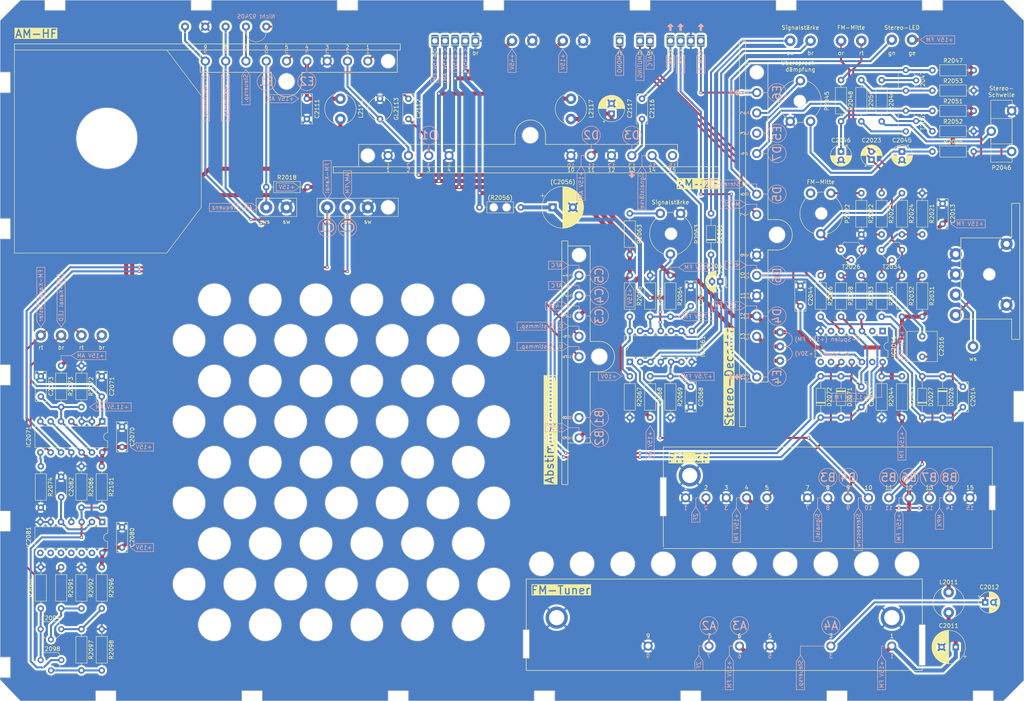
<source format=kicad_pcb>
(kicad_pcb (version 20221018) (generator pcbnew)
  (layers (0 "F.Cu" signal) (31 "B.Cu" signal) (34 "B.Paste" user) (35 "F.Paste" user) (36 "B.SilkS" user "B.Silkscreen") (37 "F.SilkS" user "F.Silkscreen") (38 "B.Mask" user) (39 "F.Mask" user) (44 "Edge.Cuts" user))
  (net 0 "")
  (net 1 "GND")
  (net 2 "+45V")
  (net 3 "+15V")
  (net 4 "Net-(D2071-K)")
  (net 5 "Net-(D2071-A)")
  (net 6 "Net-(IC2041B-ON)")
  (net 7 "+15V-FM")
  (net 8 "Net-(T2051-B)")
  (net 9 "Net-(T2051-E)")
  (net 10 "Net-(P2046-Pad2)")
  (net 11 "Net-(T2047-B)")
  (net 12 "Net-(T2047-C)")
  (net 13 "Net-(T2047-E)")
  (net 14 "Net-(GL2113-+)")
  (net 15 "+15V-AM")
  (net 16 "Net-(C2011-Pad1)")
  (net 17 "Net-(J6-MPX)")
  (net 18 "Stereoschwelle")
  (net 19 "CT-01")
  (net 20 "CT-02")
  (net 21 "AM-Antenne")
  (net 22 "Net-(J7-Pin_2)")
  (net 23 "Net-(J3-+15V)")
  (net 24 "Net-(IC2061A-ON)")
  (net 25 "Net-(IC2061B-ON)")
  (net 26 "Net-(IC2061A-O{slash}I)")
  (net 27 "Net-(D2061-K)")
  (net 28 "Net-(IC2061D-I{slash}O)")
  (net 29 "Net-(P2063-Pad1)")
  (net 30 "Net-(IC2061D-Vdd)")
  (net 31 "Net-(T2026-C)")
  (net 32 "Net-(T2034-E)")
  (net 33 "Net-(T2026-E)")
  (net 34 "Net-(T2026-B)")
  (net 35 "Net-(T2034-B)")
  (net 37 "Net-(P2022-Pad3)")
  (net 38 "Tuning-Meter-FM")
  (net 39 "Tuning-Meter-AM")
  (net 40 "Net-(J3-NF-Out)")
  (net 41 "NF-AM")
  (net 42 "NF-FM-R")
  (net 43 "NF-FM-L")
  (net 44 "Net-(D2061-A)")
  (net 45 "A.-Sp.-Oben")
  (net 46 "A.-Sp.-Unten")
  (net 47 "FM-Steuerspannung")
  (net 48 "Net-(J16-Pin_1)")
  (net 49 "Net-(J15-Pin_1)")
  (net 51 "Stereo-Fern")
  (net 52 "Stereo-THR")
  (net 53 "Net-(J2-+15V)")
  (net 54 "Net-(J4-MPX)")
  (net 55 "Net-(J3-Oscillator)")
  (net 56 "AM-Oscillator")
  (net 57 "Net-(J1-ZF)")
  (net 58 "AM-Counter")
  (net 59 "Net-(J17-Pin_1)")
  (net 60 "Net-(J19-Pin_1)")
  (net 61 "Net-(IC2041D-ON)")
  (net 62 "Net-(IC2041D-Vdd)")
  (net 63 "Muting-1")
  (net 64 "Muting-2")
  (net 65 "Net-(C2045-Pad1)")
  (net 66 "Net-(J1-Control)")
  (net 67 "Net-(J20-Pin_3)")
  (net 68 "Net-(J20-Pin_2)")
  (net 69 "Net-(T2094-B)")
  (net 70 "Net-(T2094-E)")
  (net 71 "Net-(T2094-C)")
  (net 72 "Net-(T2098-B)")
  (net 73 "Net-(IC2071C-ON)")
  (net 74 "Net-(IC2071C-I{slash}O)")
  (net 75 "Net-(IC2081A-C)")
  (net 76 "Net-(IC2071A-I{slash}O)")
  (net 77 "Net-(IC2071A-ON)")
  (net 78 "Net-(IC2081A-D)")
  (net 79 "Net-(IC2071C-O{slash}I)")
  (net 80 "Net-(J27-Pin_1)")
  (net 81 "Net-(IC2071D-O{slash}I)")
  (footprint "Resistor_THT:R_Axial_DIN0207_L6.3mm_D2.5mm_P10.16mm_Horizontal" (layer "F.Cu") (at 38 172.34 -90)
    (fp_text reference "R2097")
    (fp_text value "15k")
  )
  (footprint "Resistor_THT:R_Axial_DIN0207_L6.3mm_D2.5mm_P10.16mm_Horizontal" (layer "F.Cu") (at 33 107.5 -90)
    (fp_text reference "R2073")
    (fp_text value "33k")
  )
  (footprint "Resistor_THT:R_Axial_DIN0207_L6.3mm_D2.5mm_P10.16mm_Horizontal" (layer "F.Cu") (at 225 95.41 90)
    (fp_text reference "R2028")
    (fp_text value "10k")
  )
  (footprint "Resistor_THT:R_Axial_DIN0207_L6.3mm_D2.5mm_P10.16mm_Horizontal" (layer "F.Cu") (at 257.66 44.75 180)
    (fp_text reference "R2051")
    (fp_text value "1.2k")
  )
  (footprint "Resistor_THT:R_Axial_DIN0207_L6.3mm_D2.5mm_P10.16mm_Horizontal" (layer "F.Cu") (at 240 120.25 90)
    (fp_text reference "R2043")
    (fp_text value "2.2k")
  )
  (footprint "Resistor_THT:R_Axial_DIN0207_L6.3mm_D2.5mm_P10.16mm_Horizontal" (layer "F.Cu") (at 230 95.41 90)
    (fp_text reference "R2033")
    (fp_text value "10k")
  )
  (footprint "TestPoint:TestPoint_Loop_D1.80mm_Drill1.0mm_Beaded" (layer "F.Cu") (at 83.5 24)
    (fp_text reference "J23" hide)
    (fp_text value "rt")
  )
  (footprint "Inductor_THT:L_Radial_D7.5mm_P5.00mm_Fastron_07P" (layer "F.Cu") (at 158.5 41.75 -90)
    (fp_text reference "L2117")
    (fp_text value "1000µH")
  )
  (footprint "Diode_THT:D_DO-35_SOD27_P10.16mm_Horizontal" (layer "F.Cu") (at 225 110.09 -90)
    (fp_text reference "D2071")
    (fp_text value "1N4148")
  )
  (footprint "Connector_Pin:Pin_D1.3mm_L11.0mm" (layer "F.Cu") (at 43 100)
    (fp_text reference "J10" hide)
    (fp_text value "br")
  )
  (footprint "Resistor_THT:R_Axial_DIN0207_L6.3mm_D2.5mm_P10.16mm_Horizontal" (layer "F.Cu") (at 93.66 63.5 180)
    (fp_text reference "R2018")
    (fp_text value "47k")
  )
  (footprint "Diode_THT:D_DO-35_SOD27_P10.16mm_Horizontal" (layer "F.Cu") (at 250 110.09 -90)
    (fp_text reference "D2026")
    (fp_text value "1N4148")
  )
  (footprint "Library:Conn_01x02" (layer "F.Cu") (at 176.75 27.5)
    (fp_text reference "J30" hide)
    (fp_text value "Conn_01x02")
  )
  (footprint "Package_DIP:DIP-14_W7.62mm" (layer "F.Cu") (at 173 106.55 90)
    (fp_text reference "IC2061")
    (fp_text value "4016")
  )
  (footprint "Resistor_THT:R_Axial_DIN0207_L6.3mm_D2.5mm_P10.16mm_Horizontal" (layer "F.Cu") (at 235 110.09 -90)
    (fp_text reference "R2044")
    (fp_text value "12k")
  )
  (footprint "Resistor_THT:R_Axial_DIN0207_L6.3mm_D2.5mm_P10.16mm_Horizontal" (layer "F.Cu") (at 33 157.09 -90)
    (fp_text reference "R2091")
    (fp_text value "33k")
  )
  (footprint "Resistor_THT:R_Axial_DIN0207_L6.3mm_D2.5mm_P10.16mm_Horizontal" (layer "F.Cu") (at 183 110.09 -90)
    (fp_text reference "R2069")
    (fp_text value "100k")
  )
  (footprint "Library:Conn_01x03_5mm" (layer "F.Cu") (at 106 63.75 180)
    (fp_text reference "J29" hide)
    (fp_text value "Conn_01x03")
    (fp_circle (center -7.5 -4.75) (end -5.75 -4.75) (stroke (width 0.12)) (fill none) (layer "Edge.Cuts"))
  )
  (footprint "Resistor_THT:R_Axial_DIN0207_L6.3mm_D2.5mm_P10.16mm_Horizontal" (layer "F.Cu") (at 173 85.25 -90)
    (fp_text reference "R2066")
    (fp_text value "4.7k")
  )
  (footprint "Package_TO_SOT_THT:TO-92_Wide" (layer "F.Cu") (at 240.96 34.71 -90)
    (fp_text reference "T2047")
    (fp_text value "BC547")
  )
  (footprint "Capacitor_THT:CP_Radial_D8.0mm_P3.50mm" (layer "F.Cu") (at 253.25 176.75 180)
    (fp_text reference "C2011")
    (fp_text value "220µ")
  )
  (footprint "Capacitor_THT:C_Disc_D4.7mm_W2.5mm_P5.00mm" (layer "F.Cu") (at 33 139.83 90)
    (fp_text reference "C2082")
    (fp_text value "22n")
  )
  (footprint "Resistor_THT:R_Axial_DIN0207_L6.3mm_D2.5mm_P10.16mm_Horizontal" (layer "F.Cu") (at 43 182.5 90)
    (fp_text reference "R2098")
    (fp_text value "22k")
  )
  (footprint "Capacitor_THT:CP_Radial_D5.0mm_P2.00mm" (layer "F.Cu") (at 225 54.75 -90)
    (fp_text reference "C2046")
    (fp_text value "4.7µ")
  )
  (footprint "Library:AM-ZF" (layer "F.Cu") (at 195 60 180)
    (fp_text reference "J3" hide)
    (fp_text value "AM-ZF" hide)
    (fp_circle (center 46.5 9.25) (end 48.5 9.25) (stroke (width 0.1)) (fill none) (layer "Edge.Cuts"))
    (fp_circle (center 86.5 4.25) (end 88.25 4.25) (stroke (width 0.1)) (fill none) (layer "Edge.Cuts"))
  )
  (footprint "Capacitor_THT:CP_Radial_D6.3mm_P2.50mm" (layer "F.Cu") (at 168.5 45.43238 90)
    (fp_text reference "C2117")
    (fp_text value "100µ")
  )
  (footprint "Connector_Pin:Pin_D1.3mm_L11.0mm" (layer "F.Cu") (at 237.5 27.25 90)
    (fp_text reference "J17" hide)
    (fp_text value "gn")
  )
  (footprint "Resistor_THT:R_Axial_DIN0207_L6.3mm_D2.5mm_P10.16mm_Horizontal" (layer "F.Cu") (at 38 142.41 90)
    (fp_text reference "R2086")
    (fp_text value "4.7k")
  )
  (footprint "clipboard:e9502d42-3ef4-4c54-9284-00e123373677" (layer "F.Cu") (at 103.5 73.5)
    (fp_text reference "")
    (fp_text value "")
  )
  (footprint "Library:FM-Tuner" (layer "F.Cu") (at 147.5 160)
    (fp_text reference "J1" hide)
    (fp_text value "FM-Tuner" hide)
    (fp_line (start -0.75 12.5) (end 0.75 12.5) (stroke (width 0.1)) (layer "Edge.Cuts"))
    (fp_line (start -0.75 19.5) (end -0.75 12.5) (stroke (width 0.1)) (layer "Edge.Cuts"))
    (fp_line (start -0.75 19.5) (end 0.75 19.5) (stroke (width 0.1)) (layer "Edge.Cuts"))
    (fp_line (start 0.75 12.5) (end 0.75 19.5) (stroke (width 0.1)) (layer "Edge.Cuts"))
    (fp_line (start 96.75 11.25) (end 98.25 11.25) (stroke (width 0.1)) (layer "Edge.Cuts"))
    (fp_line (start 96.75 21.25) (end 96.75 11.25) (stroke (width 0.1)) (layer "Edge.Cuts"))
    (fp_line (start 96.75 21.25) (end 98.25 21.25) (stroke (width 0.1)) (layer "Edge.Cuts"))
    (fp_line (start 98.25 11.25) (end 98.25 21.25) (stroke (width 0.1)) (layer "Edge.Cuts"))
  )
  (footprint "Connector_Pin:Pin_D1.3mm_L11.0mm" (layer "F.Cu") (at 212.5 27.5)
    (fp_text reference "J14" hide)
    (fp_text value "sw")
  )
  (footprint "Capacitor_THT:C_Rect_L7.2mm_W2.5mm_P5.00mm_FKS2_FKP2_MKS2_MKP2" (layer "F.Cu") (at 43 115.08 90)
    (fp_text reference "C2071")
    (fp_text value "100n")
  )
  (footprint "Package_TO_SOT_THT:TO-92_Wide" (layer "F.Cu") (at 240.04 78.96 180)
    (fp_text reference "T2034")
    (fp_text value "BC547")
  )
  (footprint "Resistor_THT:R_Axial_DIN0207_L6.3mm_D2.5mm_P10.16mm_Horizontal" (layer "F.Cu") (at 245 75.16 90)
    (fp_text reference "R2021")
    (fp_text value "3.9k")
  )
  (footprint "Connector_Pin:Pin_D1.3mm_L11.0mm" (layer "F.Cu") (at 217.5 27.5)
    (fp_text reference "J13" hide)
    (fp_text value "br")
  )
  (footprint "Capacitor_THT:CP_Radial_D5.0mm_P2.00mm" (layer "F.Cu") (at 195.25 86.75 180)
    (fp_text reference "C2061")
    (fp_text value "47µ")
  )
  (footprint "Capacitor_THT:C_Rect_L7.2mm_W2.5mm_P5.00mm_FKS2_FKP2_MKS2_MKP2" (layer "F.Cu") (at 250 72.58 90)
    (fp_text reference "C2013")
    (fp_text value "100n")
  )
  (footprint "Inductor_THT:L_Radial_D7.5mm_P5.00mm_Fastron_07P" (layer "F.Cu") (at 101.75 46.75 90)
    (fp_text reference "L2111")
    (fp_text value "1000µH")
  )
  (footprint "Connector_Pin:Pin_D1.3mm_L11.0mm" (layer "F.Cu") (at 38 100)
    (fp_text reference "J9" hide)
    (fp_text value "br")
  )
  (footprint "Connector_Pin:Pin_D1.3mm_L11.0mm" (layer "F.Cu") (at 156.5 27.5)
    (fp_text reference "J34" hide)
    (fp_text value "sw")
  )
  (footprint "Capacitor_THT:C_Rect_L7.2mm_W2.5mm_P5.00mm_FKS2_FKP2_MKS2_MKP2" (layer "F.Cu") (at 215 92.83 90)
    (fp_text reference "C2044")
    (fp_text value "100n")
  )
  (footprint "Resistor_THT:R_Axial_DIN0207_L6.3mm_D2.5mm_P10.16mm_Horizontal" (layer "F.Cu") (at 43 157.09 -90)
    (fp_text reference "R2096")
    (fp_text value "5.6k")
  )
  (footprint "Capacitor_THT:C_Rect_L7.2mm_W2.5mm_P5.00mm_FKS2_FKP2_MKS2_MKP2" (layer "F.Cu") (at 255 117.67 90)
    (fp_text reference "C2014")
    (fp_text value "100n")
  )
  (footprint "Connector_Pin:Pin_D1.3mm_L11.0mm" (layer "F.Cu") (at 161.5 27.5)
    (fp_text reference "J35" hide)
    (fp_text value "sw")
  )
  (footprint "Resistor_THT:R_Axial_DIN0207_L6.3mm_D2.5mm_P10.16mm_Horizontal" (layer "F.Cu") (at 28 167.25 90)
    (fp_text reference "R2094")
    (fp_text value "47")
  )
  (footprint "Resistor_THT:R_Axial_DIN0207_L6.3mm_D2.5mm_P10.16mm_Horizontal" (layer "F.Cu") (at 257.66 54.75 180)
    (fp_text reference "R2045")
    (fp_text value "10k")
  )
  (footprint "Capacitor_THT:CP_Radial_D5.0mm_P2.00mm" (layer "F.Cu") (at 240 54.75 -90)
    (fp_text reference "C2045")
    (fp_text value "22µ")
  )
  (footprint "Capacitor_THT:C_Rect_L7.2mm_W2.5mm_P5.00mm_FKS2_FKP2_MKS2_MKP2" (layer "F.Cu") (at 188 112.67 -90)
    (fp_text reference "C2068")
    (fp_text value "100n")
  )
  (footprint "Resistor_THT:R_Axial_DIN0207_L6.3mm_D2.5mm_P10.16mm_Horizontal" (layer "F.Cu") (at 235 75.16 90)
    (fp_text reference "R2023")
    (fp_text value "15k")
  )
  (footprint "TestPoint:TestPoint_Loop_D1.80mm_Drill1.0mm_Beaded" (layer "F.Cu") (at 78.5 24)
    (fp_text reference "J25" hide)
    (fp_text value "rt")
  )
  (footprint "Resistor_THT:R_Axial_DIN0207_L6.3mm_D2.5mm_P10.16mm_Horizontal" (layer "F.Cu") (at 136 68.5)
    (fp_text reference "R2056" hide)
    (fp_text value "820")
  )
  (footprint "Resistor_THT:R_Axial_DIN0207_L6.3mm_D2.5mm_P10.16mm_Horizontal" (layer "F.Cu") (at 230 75.16 90)
    (fp_text reference "R2022")
    (fp_text value "2.7k")
  )
  (footprint "Capacitor_THT:CP_Radial_D5.0mm_P2.00mm" (layer "F.Cu") (at 260.5 165.75)
    (fp_text reference "C2012")
    (fp_text value "2.2µ")
  )
  (footprint "Capacitor_THT:CP_Radial_D10.0mm_P5.00mm" (layer "F.Cu") (at 154 68.5)
    (fp_text reference "C2056" hide)
    (fp_text value "100µ")
  )
  (footprint "Capacitor_THT:C_Rect_L7.2mm_W2.5mm_P5.00mm_FKS2_FKP2_MKS2_MKP2" (layer "F.Cu") (at 93.5 41.75 -90)
    (fp_text reference "C2111")
    (fp_text value "100n")
  )
  (footprint "Resistor_THT:R_Axial_DIN0207_L6.3mm_D2.5mm_P10.16mm_Horizontal" (layer "F.Cu") (at 240 95.41 90)
    (fp_text reference "R2032")
    (fp_text value "3.9k")
  )
  (footprint "Resistor_THT:R_Axial_DIN0207_L6.3mm_D2.5mm_P10.16mm_Horizontal" (layer "F.Cu") (at 220 95.41 90)
    (fp_text reference "R2026")
    (fp_text value "22k")
  )
  (footprint "Library:Conn_01x05" (layer "F.Cu") (at 130 27.5)
    (fp_text reference "J12" hide)
    (fp_text value "Power")
  )
  (footprint "Resistor_THT:R_Axial_DIN0207_L6.3mm_D2.5mm_P10.16mm_Horizontal" (layer "F.Cu") (at 173 80.16 90)
    (fp_text reference "R2063")
    (fp_text value "5.6k")
  )
  (footprint "Library:AM-HF" (layer "F.Cu") (at 21.5 28.25)
    (fp_text reference "J2" hide)
    (fp_text value "AM-HF" hide)
    (fp_circle (center 67 9.25) (end 69 9.25) (stroke (width 0.1)) (fill none) (layer "Edge.Cuts"))
    (fp_circle (center 92 4.25) (end 93.75 4.25) (stroke (width 0.1)) (fill none) (layer "Edge.Cuts"))
  )
  (footprint "Resistor_THT:R_Axial_DIN0207_L6.3mm_D2.5mm_P10.16mm_Horizontal" (layer "F.Cu") (at 247.5 39.75)
    (fp_text reference "R2053")
    (fp_text value "47")
  )
  (footprint "Capacitor_THT:C_Rect_L7.2mm_W2.5mm_P5.00mm_FKS2_FKP2_MKS2_MKP2" (layer "F.Cu") (at 230 112.67 -90)
    (fp_text reference "C2033")
    (fp_text value "680n")
  )
  (footprint "Inductor_THT:L_Radial_D7.5mm_P5.00mm_Fastron_07P" (layer "F.Cu") (at 251.5 168.25 90)
    (fp_text reference "L2011")
    (fp_text value "1000µH")
  )
  (footprint "Diode_THT:D_DO-35_SOD27_P10.16mm_Horizontal" (layer "F.Cu") (at 245 120.25 90)
    (fp_text reference "D2027")
    (fp_text value "1N4148")
  )
  (footprint "Resistor_THT:R_Axial_DIN0207_L6.3mm_D2.5mm_P10.16mm_Horizontal" (layer "F.Cu") (at 38 117.66 90)
    (fp_text reference "R2072")
    (fp_text value "100k")
  )
  (footprint "Connector_Pin:Pin_D1.3mm_L11.0mm" (layer "F.Cu") (at 225 27.5 90)
    (fp_text reference "J16" hide)
    (fp_text value "or")
  )
  (footprint "Library:Stereo-Decoder" (layer "F.Cu") (at 200 122.5 90)
    (fp_text reference "J4" hide)
    (fp_text value "~" hide)
    (fp_circle (center 47.25 9.25) (end 49.25 9.25) (stroke (width 0.1)) (fill none) (layer "Edge.Cuts"))
    (fp_circle (center 87.25 4.25) (end 89 4.25) (stroke (width 0.1)) (fill none) (layer "Edge.Cuts"))
  )
  (footprint "Resistor_THT:R_Axial_DIN0207_L6.3mm_D2.5mm_P10.16mm_Horizontal" (layer "F.Cu") (at 240 65 -90)
    (fp_text reference "R2024")
    (fp_text value "1k")
  )
  (footprint "Resistor_THT:R_Axial_DIN0207_L6.3mm_D2.5mm_P10.16mm_Horizontal" (layer "F.Cu") (at 235 95.41 90)
    (fp_text reference "R2034")
    (fp_text value "22k")
  )
  (footprint "Diode_THT:D_DO-35_SOD27_P10.16mm_Horizontal" (layer "F.Cu") (at 193 80.16 90)
    (fp_text reference "D2061")
    (fp_text value "AA143")
  )
  (footprint "Resistor_THT:R_Axial_DIN0207_L6.3mm_D2.5mm_P10.16mm_Horizontal" (layer "F.Cu") (at 28 142.41 90)
    (fp_text reference "R2074")
    (fp_text value "1.5k")
  )
  (footprint "Connector_Pin:Pin_D1.3mm_L11.0mm" (layer "F.Cu") (at 144 27.5)
    (fp_text reference "J36" hide)
    (fp_text value "sw")
  )
  (footprint "Package_TO_SOT_THT:TO-92_Wide" (layer "F.Cu") (at 33.04 172.34 180)
    (fp_text reference "T2094")
    (fp_text value "BC547")
  )
  (footprint "Resistor_THT:R_Axial_DIN0207_L6.3mm_D2.5mm_P10.16mm_Horizontal" (layer "F.Cu") (at 173 110.09 -90)
    (fp_text reference "R2067")
    (fp_text value "10k")
  )
  (footprint "Package_TO_SOT_THT:TO-92_Wide" (layer "F.Cu") (at 230.04 78.96 180)
    (fp_text reference "T2026")
    (fp_text value "BC547")
  )
  (footprint "Library:Conn_01x04" (layer "F.Cu") (at 186.75 27.5)
    (fp_text reference "J11" hide)
    (fp_text value "NF")
  )
  (footprint "Connector_Pin:Pin_D1.3mm_L11.0mm" (layer "F.Cu") (at 242.5 27.25 90)
    (fp_text reference "J18" hide)
    (fp_text value "ge")
  )
  (footprint "Library:Conn_01x01" (layer "F.Cu") (at 170.5 27.5)
    (fp_text reference "J19" hide)
    (fp_text value "rt")
  )
  (footprint "Library:SolderPads_Bridge_01x03_2.5mm" (layer "F.Cu") (at 207.5 102.75 -90)
    (fp_text reference "J20" hide)
    (fp_text value "Conn_01x03")
  )
  (footprint "Connector_Pin:Pin_D1.3mm_L11.0mm" (layer "F.Cu") (at 230 27.5 90)
    (fp_text reference "J15" hide)
    (fp_text value "rt")
  )
  (footprint "Package_TO_SOT_THT:TO-92_Wide" (layer "F.Cu") (at 240.96 44.71 -90)
    (fp_text reference "T2051")
    (fp_text value "BC547")
  )
  (footprint "Capacitor_THT:C_Rect_L7.2mm_W2.5mm_P5.00mm_FKS2_FKP2_MKS2_MKP2" (layer "F.Cu") (at 176 46.75 90)
    (fp_text reference "C2116")
    (fp_text value "100n")
  )
  (footprint "Package_DIP:DIP-14_W7.62mm" (layer "F.Cu") (at 43.125 145.95 -90)
    (fp_text reference "IC2081")
    (fp_text value "4013")
  )
  (footprint "Potentiometer_THT:Potentiometer_Piher_PT-15-H05_Horizontal" (layer "F.Cu") (at 267 54.75 180)
    (fp_text reference "P2046")
    (fp_text value "100k")
  )
  (footprint "Resistor_THT:R_Axial_DIN0207_L6.3mm_D2.5mm_P10.16mm_Horizontal" (layer "F.Cu") (at 230 47.33 90)
    (fp_text reference "R2054")
    (fp_text value "27")
  )
  (footprint "Capacitor_THT:C_Rect_L7.2mm_W2.5mm_P5.00mm_FKS2_FKP2_MKS2_MKP2" (layer "F.Cu") (at 48 152.25 90)
    (fp_text reference "C2080")
    (fp_text value "100n")
  )
  (footprint "Capacitor_THT:CP_Radial_D5.0mm_P2.00mm" (layer "F.Cu") (at 232.5 56.75 90)
    (fp_text reference "C2023")
    (fp_text value "47µ")
  )
  (footprint "Resistor_THT:R_Axial_DIN0207_L6.3mm_D2.5mm_P10.16mm_Horizontal" (layer "F.Cu") (at 183 85.25 -90)
    (fp_text reference "R2064")
    (fp_text value "100k")
  )
  (footprint "Connector_Pin:Pin_D1.3mm_L11.0mm" (layer "F.Cu") (at 33 100)
    (fp_text reference "J26" hide)
    (fp_text value "br")
  )
  (footprint "TestPoint:TestPoint_Loop_D1.80mm_Drill1.0mm_Beaded" (layer "F.Cu") (at 68.5 24)
    (fp_text reference "J24" hide)
    (fp_text value "rt")
  )
  (footprint "Capacitor_THT:C_Rect_L7.2mm_W2.5mm_P5.00mm_FKS2_FKP2_MKS2_MKP2" (layer "F.Cu") (at 28 115.08 90)
    (fp_text reference "C2073")
    (fp_text value "100n")
  )
  (footprint "Resistor_THT:R_Axial_DIN0207_L6.3mm_D2.5mm_P10.16mm_Horizontal" (layer "F.Cu") (at 225 37.17 -90)
    (fp_text reference "R2048")
    (fp_text value "15k")
  )
  (footprint "Package_DIP:DIP-14_W7.62mm" (layer "F.Cu") (at 43.125 121.2 -90)
    (fp_text reference "IC2071")
    (fp_text value "4016")
  )
  (footprint "Connector_Pin:Pin_D1.3mm_L11.0mm" (layer "F.Cu") (at 28 100)
    (fp_text reference "J27" hide)
    (fp_text value "br")
  )
  (footprint "Resistor_THT:R_Axial_DIN0207_L6.3mm_D2.5mm_P10.16mm_Horizontal" (layer "F.Cu") (at 247.5 34.75)
    (fp_text reference "R2047")
    (fp_text value "22k")
  )
  (footprint "Library:FM-ZF" (layer "F.Cu") (at 181.25 127.5)
    (fp_text reference "J6" hide)
    (fp_text value "FM-ZF" hide)
    (fp_line (start -0.75 7.5) (end -0.75 17) (stroke (width 0.1)) (layer "Edge.Cuts"))
    (fp_line (start -0.75 7.5) (end 0.75 7.5) (stroke (width 0.1)) (layer "Edge.Cuts"))
    (fp_line (start -0.75 17) (end 0.75 17) (stroke (width 0.1)) (layer "Edge.Cuts"))
    (fp_line (start 0.75 17) (end 0.75 7.5) (stroke (width 0.1)) (layer "Edge.Cuts"))
    (fp_line (start 80.25 9.5) (end 80.25 15.5) (stroke (width 0.1)) (layer "Edge.Cuts"))
    (fp_line (start 80.25 9.5) (end 81.75 9.5) (stroke (width 0.1)) (layer "Edge.Cuts"))
    (fp_line (start 80.25 15.5) (end 81.75 15.5) (stroke (width 0.1)) (layer "Edge.Cuts"))
    (fp_line (start 81.75 15.5) (end 81.75 9.5) (stroke (width 0.1)) (layer "Edge.Cuts"))
  )
  (footprint "Resistor_THT:R_Axial_DIN0207_L6.3mm_D2.5mm_P10.16mm_Horizontal" (layer "F.Cu") (at 43 132.25 -90)
    (fp_text reference "R2101")
    (fp_text value "1.2k")
  )
  (footprint "Resistor_THT:R_Axial_DIN0207_L6.3mm_D2.5mm_P10.16mm_Horizontal" (layer "F.Cu") (at 245 85.25 -90)
    (fp_text reference "R2031")
    (fp_text value "3.9k")
  )
  (footprint "Library:Conn_01x02_5mm" (layer "F.Cu") (at 86 73.25)
    (fp_text reference "J28" hide)
    (fp_text value "Conn_01x02")
  )
  (footprint "Resistor_THT:R_Axial_DIN0207_L6.3mm_D2.5mm_P10.16mm_Horizontal" (layer "F.Cu") (at 178 95.41 90)
    (fp_text reference "R2062")
    (fp_text value "100k")
  )
  (footprint "Potentiometer_THT:Potentiometer_Piher_PT-10-V10_Vertical" (layer "F.Cu") (at 217.5 65 -90)
    (fp_text reference "P2022")
    (fp_text value "2.5k")
  )
  (footprint "Potentiometer_THT:Potentiometer_Piher_PT-10-V10_Vertical" (layer "F.Cu") (at 217.5 47.33 90)
    (fp_text reference "P2045")
    (fp_text value "25k")
  )
  (footprint "Capacitor_THT:C_Rect_L7.2mm_W2.5mm_P5.00mm_FKS2_FKP2_MKS2_MKP2" (layer "F.Cu") (at 118.5 46.75 90)
    (fp_text reference "C2112")
    (fp_text value "100n")
  )
  (footprint "Diode_THT:D_DO-35_SOD27_P10.16mm_Horizontal" (layer "F.Cu") (at 220 120.25 90)
    (fp_text reference "D2072")
    (fp_text value "1N4148")
  )
  (footprint "Resistor_THT:R_Axial_DIN0207_L6.3mm_D2.5mm_P10.16mm_Horizontal" (layer "F.Cu") (at 235 47.33 90)
    (fp_text reference "R2046")
    (fp_text value "4.7k")
  )
  (footprint "Connector_Pin:Pin_D1.3mm_L11.0mm" (layer "F.Cu") (at 257.5 102.75)
    (fp_text reference "J8" hide)
    (fp_text value "Conn_01x01")
  )
  (footprint "Capacitor_THT:C_Rect_L7.2mm_W2.5mm_P5.00mm_FKS2_FKP2_MKS2_MKP2" (layer "F.Cu") (at 188 92.83 90)
    (fp_text reference "C2064")
    (fp_text value "100n")
  )
  (footprint "Package_TO_SOT_THT:TO-92_Wide" (layer "F.Cu") (at 33.04 179.96 180)
    (fp_text reference "T2098")
    (fp_text value "BC547")
  )
  (footprint "Resistor_THT:R_Axial_DIN0207_L6.3mm_D2.5mm_P10.16mm_Horizontal" (layer "F.Cu") (at 247.5 49.75)
    (fp_text reference "R2052")
    (fp_text value "22k")
  )
  (footprint "Capacitor_THT:C_Rect_L7.2mm_W7.2mm_P5.00mm_FKS2_FKP2_MKS2_MKP2" (layer "F.Cu") (at 245 105.25 90)
    (fp_text reference "C2016")
    (fp_text value "2.2µ")
  )
  (footprint "Package_DIP:DIP-14_W7.62mm" (layer "F.Cu") (at 235.24 98.95 -90)
    (fp_text reference "IC2041")
    (fp_text value "4016")
  )
  (footprint "Connector_Pin:Pin_D1.3mm_L11.0mm" (layer "F.Cu") (at 149 27.5)
    (fp_text reference "J37" hide)
    (fp_text value "sw")
  )
  (footprint "TestPoint:TestPoint_Loop_D1.80mm_Drill1.0mm_Beaded" (layer "F.Cu") (at 73.5 24)
    (fp_text reference "J22" hide)
    (fp_text value "rt")
  )
  (footprint "Resistor_THT:R_Axial_DIN0207_L6.3mm_D2.5mm_P10.16mm_Horizontal" (layer "F.Cu") (at 38 167.25 90)
    (fp_text reference "R2092")
    (fp_text value "100k")
  )
  (footprint "Potentiometer_THT:Potentiometer_Piher_PT-10-V10_Vertical" (layer "F.Cu") (at 180.5 70 -90)
    (fp_text reference "P2063")
    (fp_text value "10k")
  )
  (footprint "Library:AM-Antenne" (layer "F.Cu") (at 254.5 76)
    (fp_text reference "J7" hide)
    (fp_text value "Antenne")
    (fp_circle (center 7 9) (end 8.5 9) (stroke (width 0.15)) (fill none) (layer "Edge.Cuts"))
  )
  (footprint "clipboard:e9502d42-3ef4-4c54-9284-00e123373677" (layer "F.Cu") (at 98.5 73.5)
    (fp_text reference "")
    (fp_text value "")
  )
  (footprint "Capacitor_THT:C_Rect_L7.2mm_W2.5mm_P5.00mm_FKS2_FKP2_MKS2_MKP2" (layer "F.Cu") (at 48 127.5 90)
    (fp_text reference "C2070")
    (fp_text value "100n")
  )
  (footprint "Resistor_THT:R_Axial_DIN0207_L6.3mm_D2.5mm_P10.16mm_Horizontal" (layer "F.Cu") (at 178 120.25 90)
    (fp_text reference "R2068")
    (fp_text value "100k")
  )
  (footprint "Library:Glimmlampe" (layer "F.Cu") (at 111.5 44.25)
    (fp_text reference "GL2113")
    (fp_text value "110V/0.6mA")
  )
  (footprint "TestPoint:TestPoint_Loop_D1.80mm_Drill1.0mm_Beaded" (layer "F.Cu") (at 63.5 24)
    (fp_text reference "J21" hide)
    (fp_text value "rt")
  )
  (footprint "Library:Abstimmspannung" (layer "F.Cu") (at 156.25 136.75 90)
    (fp_text reference "J5" hide)
    (fp_text value "~" hide)
    (fp_circle (center 31.5 9.25) (end 33.5 9.25) (stroke (width 0.1)) (fill none) (layer "Edge.Cuts"))
    (fp_circle (center 56.5 4.25) (end 58.25 4.25) (stroke (width 0.1)) (fill none) (layer "Edge.Cuts"))
  )
  (gr_line (start 133.5 31) (end 133.5 35.25) (stroke (width 0.15)) (layer "B.SilkS"))
  (gr_line (start 162 59.75) (end 161 58.25) (stroke (width 0.15)) (layer "B.SilkS"))
  (gr_line (start 201.75 67.75) (end 204.25 67.75) (stroke (width 0.15)) (layer "B.SilkS"))
  (gr_line (start 185.5 29.75) (end 184.5 31.25) (stroke (width 0.15)) (layer "B.SilkS"))
  (gr_line (start 260.5 71.55) (end 260.5 73.55) (stroke (width 0.15)) (layer "B.SilkS"))
  (gr_line (start 235 176.5) (end 235 178.75) (stroke (width 0.15)) (layer "B.SilkS"))
  (gr_line (start 152.25 121.75) (end 156.5 121.75) (stroke (width 0.15)) (layer "B.SilkS"))
  (gr_line (start 179 31.25) (end 179 34.5) (stroke (width 0.15)) (layer "B.SilkS"))
  (gr_line (start 189 182.5) (end 189 180.25) (stroke (width 0.15)) (layer "B.SilkS"))
  (gr_line (start 124 37.75) (end 124 31) (stroke (width 0.15)) (layer "B.SilkS"))
  (gr_line (start 153 81.75) (end 156.5 81.75) (stroke (width 0.15)) (layer "B.SilkS"))
  (gr_line (start 231 116.25) (end 222.75 116.25) (stroke (width 0.15)) (layer "B.SilkS"))
  (gr_line (start 131 31) (end 130 29.5) (stroke (width 0.15)) (layer "B.SilkS"))
  (gr_line (start 185 110.1) (end 186.5 111.1) (stroke (width 0.15)) (layer "B.SilkS"))
  (gr_line (start 201.75 82.75) (end 200.25 81.75) (stroke (width 0.15)) (layer "B.SilkS"))
  (gr_line (start 177 34.5) (end 177 31.25) (stroke (width 0.15)) (layer "B.SilkS"))
  (gr_line (start 219.25 142.5) (end 218.25 144) (stroke (width 0.15)) (layer "B.SilkS"))
  (gr_line (start 228.25 153) (end 228.25 144) (stroke (width 0.15)) (layer "B.SilkS"))
  (gr_line (start 153 88.75) (end 153 86.75) (stroke (width 0.15)) (layer "B.SilkS"))
  (gr_line (start 158 122.75) (end 160.5 122.75) (stroke (width 0.15)) (layer "B.SilkS"))
  (gr_line (start 236 180.25) (end 236 187.25) (stroke (width 0.15)) (layer "B.SilkS"))
  (gr_line (start 102.5 65) (end 103.5 66.5) (stroke (width 0.15)) (layer "B.SilkS"))
  (gr_line (start 90.2 64.5) (end 91.7 63.5) (stroke (width 0.15)) (layer "B.SilkS"))
  (gr_line (start 178 122.25) (end 177 123.75) (stroke (width 0.15)) (layer "B.SilkS"))
  (gr_line (start 99.5 57) (end 99.5 65) (stroke (width 0.15)) (layer "B.SilkS"))
  (gr_line (start 90 42.75) (end 83.25 42.75) (stroke (width 0.15)) (layer "B.SilkS"))
  (gr_line (start 165.25 111.1) (end 165.25 109.1) (stroke (width 0.15)) (layer "B.SilkS"))
  (gr_line (start 171.5 36) (end 169.5 36) (stroke (width 0.15)) (layer "B.SilkS"))
  (gr_line (start 186.5 31.25) (end 185.5 29.75) (stroke (width 0.15)) (layer "B.SilkS"))
  (gr_line (start 78.5 25.25) (end 78.5 24) (stroke (width 0.15)) (layer "B.SilkS"))
  (gr_line (start 240 122.25) (end 239 123.75) (stroke (width 0.15)) (layer "B.SilkS"))
  (gr_line (start 173 87.25) (end 172 88.75) (stroke (width 0.15)) (layer "B.SilkS"))
  (gr_line (start 69.5 36) (end 69.5 47.25) (stroke (width 0.15)) (layer "B.SilkS"))
  (gr_line (start 190.75 63.75) (end 190.75 61.75) (stroke (width 0.15)) (layer "B.SilkS"))
  (gr_line (start 189.5 35.5) (end 189.5 31.25) (stroke (width 0.15)) (layer "B.SilkS"))
  (gr_line (start 177 130.75) (end 177 123.75) (stroke (width 0.15)) (layer "B.SilkS"))
  (gr_line (start 156.5 93.75) (end 158 92.75) (stroke (width 0.15)) (layer "B.SilkS"))
  (gr_line (start 248.25 147.75) (end 248.25 144) (stroke (width 0.15)) (layer "B.SilkS"))
  (gr_line (start 50 127.5) (end 51.5 128.5) (stroke (width 0.15)) (layer "B.SilkS"))
  (gr_line (start 40 117.65) (end 41.5 118.65) (stroke (width 0.15)) (layer "B.SilkS"))
  (gr_line (start 250.25 144) (end 250.25 147.75) (stroke (width 0.15)) (layer "B.SilkS"))
  (gr_line (start 179 34.5) (end 177 34.5) (stroke (width 0.15)) (layer "B.SilkS"))
  (gr_line (start 186.5 82.25) (end 193.5 82.25) (stroke (width 0.15)) (layer "B.SilkS"))
  (gr_line (start 32 85) (end 34 85) (stroke (width 0.15)) (layer "B.SilkS"))
  (gr_line (start 125 29.5) (end 124 31) (stroke (width 0.15)) (layer "B.SilkS"))
  (gr_line (start 104.5 59.5) (end 104.5 65) (stroke (width 0.15)) (layer "B.SilkS"))
  (gr_line (start 191 180.25) (end 191 182.5) (stroke (width 0.15)) (layer "B.SilkS"))
  (gr_line (start 240.25 144) (end 240.25 151) (stroke (width 0.15)) (layer "B.SilkS"))
  (gr_line (start 220.25 144) (end 219.25 142.5) (stroke (width 0.15)) (layer "B.SilkS"))
  (gr_arc (start 211.25 99.25) (mid 213 101) (end 211.25 102.75) (stroke (width 0.15)) (layer "B.SilkS"))
  (gr_line (start 196.5 81.75) (end 200.25 81.75) (stroke (width 0.15)) (layer "B.SilkS"))
  (gr_line (start 27 96.5) (end 28 98) (stroke (width 0.15)) (layer "B.SilkS"))
  (gr_line (start 152.25 91.75) (end 156.5 91.75) (stroke (width 0.15)) (layer "B.SilkS"))
  (gr_line (start 193.25 93.75) (end 193.25 91.75) (stroke (width 0.15)) (layer "B.SilkS"))
  (gr_line (start 158 97.75) (end 156.5 96.75) (stroke (width 0.15)) (layer "B.SilkS"))
  (gr_line (start 232.5 115.25) (end 235 115.25) (stroke (width 0.15)) (layer "B.SilkS"))
  (gr_line (start 157.5 31) (end 157.5 35.25) (stroke (width 0.15)) (layer "B.SilkS"))
  (gr_line (start 153 86.75) (end 156.5 86.75) (stroke (width 0.15)) (layer "B.SilkS"))
  (gr_line (start 133.5 31) (end 132.5 29.5) (stroke (width 0.15)) (layer "B.SilkS"))
  (gr_poly (pts (xy 191.25 24) (xy 190.5 23.25) (xy 189.75 24)) (stroke (width 0.12)) (fill solid) (layer "B.SilkS"))
  (gr_line (start 152.25 93.75) (end 152.25 91.75) (stroke (width 0.15)) (layer "B.SilkS"))
  (gr_line (start 32 96.5) (end 32 85) (stroke (width 0.15)) (layer "B.SilkS"))
  (gr_line (start 189.25 142.25) (end 188.25 143.75) (stroke (width 0.15)) (layer "B.SilkS"))
  (gr_line (start 216 187.25) (end 214 187.25) (stroke (width 0.15)) (layer "B.SilkS"))
  (gr_line (start 214 187.25) (end 214 180.25) (stroke (width 0.15)) (layer "B.SilkS"))
  (gr_line (start 126.5 37.75) (end 126.5 31) (stroke (width 0.15)) (layer "B.SilkS"))
  (gr_line (start 234 187.25) (end 234 180.25) (stroke (width 0.15)) (layer "B.SilkS"))
  (gr_line (start 222.5 176.5) (end 215 176.5) (stroke (width 0.15)) (layer "B.SilkS"))
  (gr_line (start 156.5 83.75) (end 153 83.75) (stroke (width 0.15)) (layer "B.SilkS"))
  (gr_line (start 170.5 29.75) (end 169.5 31.25) (stroke (width 0.15)) (layer "B.SilkS"))
  (gr_line (start 79.5 36) (end 79.5 43.25) (stroke (width 0.15)) (layer "B.SilkS"))
  (gr_line (start 196.5 187.25) (end 196.5 180.25) (stroke (width 0.15)) (layer "B.SilkS"))
  (gr_line (start 157.5 35.25) (end 155.5 35.25) (stroke (width 0.15)) (layer "B.SilkS"))
  (gr_line (start 34 85) (end 34 96.5) (stroke (width 0.15)) (layer "B.SilkS"))
  (gr_line (start 195.25 68.75) (end 195.25 66.75) (stroke (width 0.15)) (layer "B.SilkS"))
  (gr_line (start 184.5 35.5) (end 184.5 31.25) (stroke (width 0.15)) (layer "B.SilkS"))
  (gr_line (start 29 83.25) (end 29 96.5) (stroke (width 0.15)) (layer "B.SilkS"))
  (gr_line (start 145 31) (end 145 35.25) (stroke (width 0.15)) (layer "B.SilkS"))
  (gr_line (start 246 26.25) (end 244.5 27.25) (stroke (width 0.15)) (layer "B.SilkS"))
  (gr_line (start 90 42.75) (end 91.5 41.75) (stroke (width 0.15)) (layer "B.SilkS"))
  (gr_line (start 179 123.75) (end 178 122.25) (stroke (width 0.15)) (layer "B.SilkS"))
  (gr_line (start 179 31.25) (end 178 29.75) (stroke (width 0.15)) (layer "B.SilkS"))
  (gr_line (start 55.75 151.25) (end 55.75 153.25) (stroke (width 0.15)) (layer "B.SilkS"))
  (gr_line (start 132.5 29.5) (end 131.5 31) (stroke (width 0.15)) (layer "B.SilkS"))
  (gr_line (start 91.5 41.75) (end 90 40.75) (stroke (width 0.15)) (layer "B.SilkS"))
  (gr_line (start 186.5 109.1) (end 193.75 109.1) (stroke (width 0.15)) (layer "B.SilkS"))
  (gr_line (start 160.5 100.25) (end 160.5 97.75) (stroke (width 0.15)) (layer "B.SilkS"))
  (gr_line (start 72.5 47.25) (end 72.5 36) (stroke (width 0.15)) (layer "B.SilkS"))
  (gr_line (start 35.5 105) (end 37 106) (stroke (width 0.15)) (layer "B.SilkS"))
  (gr_line (start 41.5 116.65) (end 40 117.65) (stroke (width 0.15)) (layer "B.SilkS"))
  (gr_line (start 80 69.5) (end 69.5 69.5) (stroke (width 0.15)) (layer "B.SilkS"))
  (gr_line (start 184 31.25) (end 184 34) (stroke (width 0.15)) (layer "B.SilkS"))
  (gr_line (start 250.25 147.75) (end 248.25 147.75) (stroke (width 0.15)) (layer "B.SilkS"))
  (gr_line (start 241 123.75) (end 240 122.25) (stroke (width 0.15)) (layer "B.SilkS"))
  (gr_line (start 160 66.75) (end 160 59.75) (stroke (width 0.15)) (layer "B.SilkS"))
  (gr_line (start 33 105) (end 33 107.5) (stroke (width 0.15)) (layer "B.SilkS"))
  (gr_line (start 211.25 106.25) (end 210 106.25) (stroke (width 0.15)) (layer "B.SilkS"))
  (gr_line (start 77.5 43.25) (end 77.5 36) (stroke (width 0.15)) (layer "B.SilkS"))
  (gr_line (start 201.75 62.75) (end 204.25 62.75) (stroke (width 0.15)) (layer "B.SilkS"))
  (gr_line (start 143 35.25) (end 143 31) (stroke (width 0.15)) (layer "B.SilkS"))
  (gr_line (start 191.5 31.25) (end 191.5 35.5) (stroke (width 0.15)) (layer "B.SilkS"))
  (gr_line (start 68.5 34.5) (end 67.5 36) (stroke (width 0.15)) (layer "B.SilkS"))
  (gr_line (start 200.25 63.75) (end 201.75 62.75) (stroke (width 0.15)) (layer "B.SilkS"))
  (gr_line (start 174 93) (end 172 93) (stroke (width 0.15)) (layer "B.SilkS"))
  (gr_line (start 83.25 40.75) (end 90 40.75) (stroke (width 0.15)) (layer "B.SilkS"))
  (gr_line (start 171 110.1) (end 169.5 109.1) (stroke (width 0.15)) (layer "B.SilkS"))
  (gr_line (start 193.25 91.75) (end 200.25 91.75) (stroke (width 0.15)) (layer "B.SilkS"))
  (gr_line (start 240 97.4) (end 239 98.9) (stroke (width 0.15)) (layer "B.SilkS"))
  (gr_line (start 51.5 126.5) (end 50 127.5) (stroke (width 0.15)) (layer "B.SilkS"))
  (gr_line (start 169.5 111.1) (end 171 110.1) (stroke (width 0.15)) (layer "B.SilkS"))
  (gr_line (start 239.25 140) (end 239.25 142.5) (stroke (width 0.15)) (layer "B.SilkS"))
  (gr_line (start 193.75 96.4) (end 186.5 96.4) (stroke (width 0.15)) (layer "B.SilkS"))
  (gr_line (start 260.5 73.55) (end 253.5 73.55) (stroke (width 0.15)) (layer "B.SilkS"))
  (gr_line (start 85.95 62.5) (end 90.2 62.5) (stroke (width 0.15)) (layer "B.SilkS"))
  (gr_line (start 204.25 62.75) (end 204.25 65.25) (stroke (width 0.15)) (layer "B.SilkS"))
  (gr_line (start 160.5 90.25) (end 160.5 87.75) (stroke (width 0.15)) (layer "B.SilkS"))
  (gr_line (start 186.5 82.25) (end 185 83.25) (stroke (width 0.15)) (layer "B.SilkS"))
  (gr_line (start 98.5 66.5) (end 99.5 65) (stroke (width 0.15)) (layer "B.SilkS"))
  (gr_line (start 85.95 64.5) (end 85.95 62.5) (stroke (width 0.15)) (layer "B.SilkS"))
  (gr_poly (pts (xy 200.5 110.5) (xy 200.5 110) (xy 199.5 110) (xy 199.5 110.5)) (stroke (width 0.12)) (fill solid) (layer "B.SilkS"))
  (gr_line (start 80 69.5) (end 81.5 68.5) (stroke (width 0.15)) (layer "B.SilkS"))
  (gr_line (start 83.5 25.25) (end 83.5 24) (stroke (width 0.15)) (layer "B.SilkS"))
  (gr_line (start 144 29.5) (end 143 31) (stroke (width 0.15)) (layer "B.SilkS"))
  (gr_line (start 211.25 102.75) (end 210 102.75) (stroke (width 0.15)) (layer "B.SilkS"))
  (gr_line (start 218.25 150.75) (end 218.25 144) (stroke (width 0.15)) (layer "B.SilkS"))
  (gr_line (start 200.25 83.75) (end 196.5 83.75) (stroke (width 0.15)) (layer "B.SilkS"))
  (gr_line (start 44 106) (end 37 106) (stroke (width 0.15)) (layer "B.SilkS"))
  (gr_line (start 186.5 94.4) (end 193.75 94.4) (stroke (width 0.15)) (layer "B.SilkS"))
  (gr_poly (pts (xy 182.75 25) (xy 183.25 25) (xy 183.25 24) (xy 182.75 24)) (stroke (width 0.12)) (fill solid) (layer "B.SilkS"))
  (gr_line (start 239.25 142.5) (end 238.25 144) (stroke (width 0.15)) (layer "B.SilkS"))
  (gr_line (start 156.5 98.75) (end 158 97.75) (stroke (width 0.15)) (layer "B.SilkS"))
  (gr_line (start 158 122.75) (end 156.5 121.75) (stroke (width 0.15)) (layer "B.SilkS"))
  (gr_line (start 51.5 151.25) (end 50 152.25) (stroke (width 0.15)) (layer "B.SilkS"))
  (gr_line (start 169.5 111.1) (end 165.25 111.1) (stroke (width 0.15)) (layer "B.SilkS"))
  (gr_line (start 174 88.75) (end 173 87.25) (stroke (width 0.15)) (layer "B.SilkS"))
  (gr_poly (pts (xy 186.25 24) (xy 185.5 23.25) (xy 184.75 24)) (stroke (width 0.12)) (fill solid) (layer "B.SilkS"))
  (gr_line (start 162 59.75) (end 162 66.75) (stroke (width 0.15)) (layer "B.SilkS"))
  (gr_line (start 185 95.4) (end 186.5 96.4) (stroke (width 0.15)) (layer "B.SilkS"))
  (gr_line (start 239 130.75) (end 239 123.75) (stroke (width 0.15)) (layer "B.SilkS"))
  (gr_line (start 55.75 128.5) (end 51.5 128.5) (stroke (width 0.15)) (layer "B.SilkS"))
  (gr_line (start 51.5 126.5) (end 55.75 126.5) (stroke (width 0.15)) (layer "B.SilkS"))
  (gr_line (start 176.5 31.25) (end 175.5 29.75) (stroke (width 0.15)) (layer "B.SilkS"))
  (gr_line (start 185 83.25) (end 186.5 84.25) (stroke (width 0.15)) (layer "B.SilkS"))
  (gr_line (start 37 104) (end 35.5 105) (stroke (width 0.15)) (layer "B.SilkS"))
  (gr_line (start 33 98) (end 34 96.5) (stroke (width 0.15)) (layer "B.SilkS"))
  (gr_line (start 160.5 105.25) (end 160.5 102.75) (stroke (width 0.15)) (layer "B.SilkS"))
  (gr_line (start 37 104) (end 44 104) (stroke (width 0.15)) (layer "B.SilkS"))
  (gr_line (start 191 180.25) (end 190 178.75) (stroke (width 0.15)) (layer "B.SilkS"))
  (gr_line (start 201.75 82.75) (end 204.25 82.75) (stroke (width 0.15)) (layer "B.SilkS"))
  (gr_line (start 127.5 29.5) (end 126.5 31) (stroke (width 0.15)) (layer "B.SilkS"))
  (gr_line (start 177 59.75) (end 177 69) (stroke (width 0.15)) (layer "B.SilkS"))
  (gr_line (start 103.5 66.5) (end 104.5 65) (stroke (width 0.15)) (layer "B.SilkS"))
  (gr_line (start 41.5 116.65) (end 50.25 116.65) (stroke (width 0.15)) (layer "B.SilkS"))
  (gr_line (start 69.5 36) (end 68.5 34.5) (stroke (width 0.15)) (layer "B.SilkS"))
  (gr_line (start 74.5 47.25) (end 72.5 47.25) (stroke (width 0.15)) (layer "B.SilkS"))
  (gr_line (start 50 152.25) (end 51.5 153.25) (stroke (width 0.15)) (layer "B.SilkS"))
  (gr_line (start 158 87.75) (end 156.5 86.75) (stroke (width 0.15)) (layer "B.SilkS"))
  (gr_line (start 190 176.5) (end 190 178.75) (stroke (width 0.15)) (layer "B.SilkS"))
  (gr_line (start 200.25 144) (end 200.25 151) (stroke (width 0.15)) (layer "B.SilkS"))
  (gr_line (start 79.5 43.25) (end 77.5 43.25) (stroke (width 0.15)) (layer "B.SilkS"))
  (gr_line (start 44 104) (end 44 106) (stroke (width 0.15)) (layer "B.SilkS"))
  (gr_line (start 190 178.75) (end 189 180.25) (stroke (width 0.15)) (layer "B.SilkS"))
  (gr_line (start 200.25 68.75) (end 195.25 68.75) (stroke (width 0.15)) (layer "B.SilkS"))
  (gr_line (start 198.5 180.25) (end 198.5 187.25) (stroke (width 0.15)) (layer "B.SilkS"))
  (gr_poly (pts (xy 199.5 39.5) (xy 198.75 40.25) (xy 199.5 41)) (stroke (width 0.12)) (fill solid) (layer "B.SilkS"))
  (gr_line (start 231 116.25) (end 232.5 115.25) (stroke (width 0.15)) (layer "B.SilkS"))
  (gr_line (start 97.5 57) (end 99.5 57) (stroke (width 0.15)) (layer "B.SilkS"))
  (gr_line (start 128.5 31) (end 128.5 37.75) (stroke (width 0.15)) (layer "B.SilkS"))
  (gr_line (start 27 96.5) (end 27 83.25) (stroke (width 0.15)) (layer "B.SilkS"))
  (gr_line (start 236 180.25) (end 235 178.75) (stroke (width 0.15)) (layer "B.SilkS"))
  (gr_line (start 126 31) (end 126 37.75) (stroke (width 0.15)) (layer "B.SilkS"))
  (gr_line (start 246 26.25) (end 253 26.25) (stroke (width 0.15)) (layer "B.SilkS"))
  (gr_line (start 200.25 93.75) (end 201.75 92.75) (stroke (width 0.15)) (layer "B.SilkS"))
  (gr_line (start 175 69) (end 175 59.75) (stroke (width 0.15)) (layer "B.SilkS"))
  (gr_line (start 161 58.25) (end 160 59.75) (stroke (width 0.15)) (layer "B.SilkS"))
  (gr_line (start 133.5 35.25) (end 131.5 35.25) (stroke (width 0.15)) (layer "B.SilkS"))
  (gr_line (start 222.75 114.25) (end 231 114.25) (stroke (width 0.15)) (layer "B.SilkS"))
  (gr_line (start 219.25 140) (end 219.25 142.5) (stroke (width 0.15)) (layer "B.SilkS"))
  (gr_line (start 238.25 151) (end 238.25 144) (stroke (width 0.15)) (layer "B.SilkS"))
  (gr_line (start 193.5 84.25) (end 186.5 84.25) (stroke (width 0.15)) (layer "B.SilkS"))
  (gr_line (start 216 180.25) (end 216 187.25) (stroke (width 0.15)) (layer "B.SilkS"))
  (gr_line (start 201.75 67.75) (end 200.25 66.75) (stroke (width 0.15)) (layer "B.SilkS"))
  (gr_arc (start 83.5 25.25) (mid 81 27.75) (end 78.5 25.25) (stroke (width 0.15)) (layer "B.SilkS"))
  (gr_line (start 241 98.9) (end 240 97.4) (stroke (width 0.15)) (layer "B.SilkS"))
  (gr_line (start 163.5 55.75) (end 161 55.75) (stroke (width 0.15)) (layer "B.SilkS"))
  (gr_line (start 165.25 109.1) (end 169.5 109.1) (stroke (width 0.15)) (layer "B.SilkS"))
  (gr_line (start 200.25 68.75) (end 201.75 67.75) (stroke (width 0.15)) (layer "B.SilkS"))
  (gr_line (start 27 83.25) (end 29 83.25) (stroke (width 0.15)) (layer "B.SilkS"))
  (gr_line (start 241 123.75) (end 241 130.75) (stroke (width 0.15)) (layer "B.SilkS"))
  (gr_line (start 190.25 143.75) (end 190.25 146) (stroke (width 0.15)) (layer "B.SilkS"))
  (gr_line (start 191.5 31.25) (end 190.5 29.75) (stroke (width 0.15)) (layer "B.SilkS"))
  (gr_line (start 220.25 144) (end 220.25 150.75) (stroke (width 0.15)) (layer "B.SilkS"))
  (gr_line (start 236 187.25) (end 234 187.25) (stroke (width 0.15)) (layer "B.SilkS"))
  (gr_line (start 171.5 31.25) (end 170.5 29.75) (stroke (width 0.15)) (layer "B.SilkS"))
  (gr_poly (pts (xy 172.75 60.5) (xy 173.5 61.25) (xy 174.25 60.5)) (stroke (width 0.12)) (fill solid) (layer "B.SilkS"))
  (gr_line (start 145.25 103.75) (end 145.25 101.75) (stroke (width 0.15)) (layer "B.SilkS"))
  (gr_line (start 158 82.75) (end 156.5 81.75) (stroke (width 0.15)) (layer "B.SilkS"))
  (gr_line (start 204.25 92.75) (end 204.25 95.25) (stroke (width 0.15)) (layer "B.SilkS"))
  (gr_line (start 193.75 111.1) (end 186.5 111.1) (stroke (width 0.15)) (layer "B.SilkS"))
  (gr_line (start 81.5 68.5) (end 80 67.5) (stroke (width 0.15)) (layer "B.SilkS"))
  (gr_line (start 156.5 88.75) (end 153 88.75) (stroke (width 0.15)) (layer "B.SilkS"))
  (gr_line (start 35.5 105) (end 33 105) (stroke (width 0.15)) (layer "B.SilkS"))
  (gr_line (start 156.5 98.75) (end 145.25 98.75) (stroke (width 0.15)) (layer "B.SilkS"))
  (gr_line (start 220.25 150.75) (end 218.25 150.75) (stroke (width 0.15)) (layer "B.SilkS"))
  (gr_line (start 241 130.75) (end 239 130.75) (stroke (width 0.15)) (layer "B.SilkS"))
  (gr_line (start 186.5 35.5) (end 184.5 35.5) (stroke (width 0.15)) (layer "B.SilkS"))
  (gr_line (start 67.5 47.25) (end 67.5 36) (stroke (width 0.15)) (layer "B.SilkS"))
  (gr_line (start 55.75 153.25) (end 51.5 153.25) (stroke (width 0.15)) (layer "B.SilkS"))
  (gr_line (start 222.75 116.25) (end 222.75 114.25) (stroke (width 0.15)) (layer "B.SilkS"))
  (gr_line (start 244.5 27.25) (end 246 28.25) (stroke (width 0.15)) (layer "B.SilkS"))
  (gr_line (start 186.5 94.4) (end 185 95.4) (stroke (width 0.15)) (layer "B.SilkS"))
  (gr_line (start 32 96.5) (end 33 98) (stroke (width 0.15)) (layer "B.SilkS"))
  (gr_line (start 156.5 83.75) (end 158 82.75) (stroke (width 0.15)) (layer "B.SilkS"))
  (gr_line (start 198.5 180.25) (end 197.5 178.75) (stroke (width 0.15)) (layer "B.SilkS"))
  (gr_line (start 191 182.5) (end 189 182.5) (stroke (width 0.15)) (layer "B.SilkS"))
  (gr_arc (start 211.25 102.75) (mid 213 104.5) (end 211.25 106.25) (stroke (width 0.15)) (layer "B.SilkS"))
  (gr_line (start 241 105.9) (end 239 105.9) (stroke (width 0.15)) (layer "B.SilkS"))
  (gr_line (start 160.5 95.25) (end 160.5 92.75) (stroke (width 0.15)) (layer "B.SilkS"))
  (gr_poly (pts (xy 183.75 24) (xy 183 23.25) (xy 182.25 24)) (stroke (width 0.12)) (fill solid) (layer "B.SilkS"))
  (gr_line (start 197.5 176.5) (end 197.5 178.75) (stroke (width 0.15)) (layer "B.SilkS"))
  (gr_line (start 131.5 35.25) (end 131.5 31) (stroke (width 0.15)) (layer "B.SilkS"))
  (gr_line (start 188.25 146) (end 188.25 143.75) (stroke (width 0.15)) (layer "B.SilkS"))
  (gr_line (start 28 98) (end 29 96.5) (stroke (width 0.15)) (layer "B.SilkS"))
  (gr_line (start 199.25 142.5) (end 198.25 144) (stroke (width 0.15)) (layer "B.SilkS"))
  (gr_line (start 69.5 67.5) (end 80 67.5) (stroke (width 0.15)) (layer "B.SilkS"))
  (gr_line (start 69.5 47.25) (end 67.5 47.25) (stroke (width 0.15)) (layer "B.SilkS"))
  (gr_line (start 193.75 94.4) (end 193.75 96.4) (stroke (width 0.15)) (layer "B.SilkS"))
  (gr_line (start 201.75 62.75) (end 200.25 61.75) (stroke (width 0.15)) (layer "B.SilkS"))
  (gr_line (start 232.5 115.25) (end 231 114.25) (stroke (width 0.15)) (layer "B.SilkS"))
  (gr_line (start 176.5 37.25) (end 174.5 37.25) (stroke (width 0.15)) (layer "B.SilkS"))
  (gr_line (start 230.25 153) (end 228.25 153) (stroke (width 0.15)) (layer "B.SilkS"))
  (gr_line (start 183 83.25) (end 183 85.25) (stroke (width 0.15)) (layer "B.SilkS"))
  (gr_line (start 200 176.5) (end 197.5 176.5) (stroke (width 0.15)) (layer "B.SilkS"))
  (gr_line (start 193.5 82.25) (end 193.5 84.25) (stroke (width 0.15)) (layer "B.SilkS"))
  (gr_line (start 253 26.25) (end 253 28.25) (stroke (width 0.15)) (layer "B.SilkS"))
  (gr_line (start 79.5 36) (end 78.5 34.5) (stroke (width 0.15)) (layer "B.SilkS"))
  (gr_line (start 129 35.25) (end 129 31) (stroke (width 0.15)) (layer "B.SilkS"))
  (gr_line (start 91.7 63.5) (end 90.2 62.5) (stroke (width 0.15)) (layer "B.SilkS"))
  (gr_line (start 230.25 144) (end 230.25 153) (stroke (width 0.15)) (layer "B.SilkS"))
  (gr_line (start 178.5 55.75) (end 176 55.75) (stroke (width 0.15)) (layer "B.SilkS"))
  (gr_line (start 179 123.75) (end 179 130.75) (stroke (width 0.15)) (layer "B.SilkS"))
  (gr_line (start 252 72.55) (end 253.5 73.55) (stroke (width 0.15)) (layer "B.SilkS"))
  (gr_line (start 182 34) (end 182 31.25) (stroke (width 0.15)) (layer "B.SilkS"))
  (gr_line (start 200.25 93.75) (end 193.25 93.75) (stroke (width 0.15)) (layer "B.SilkS"))
  (gr_line (start 190.25 146) (end 188.25 146) (stroke (width 0.15)) (layer "B.SilkS"))
  (gr_line (start 50.25 118.65) (end 41.5 118.65) (stroke (width 0.15)) (layer "B.SilkS"))
  (gr_line (start 145.25 96.75) (end 156.5 96.75) (stroke (width 0.15)) (layer "B.SilkS"))
  (gr_line (start 78.5 34.5) (end 77.5 36) (stroke (width 0.15)) (layer "B.SilkS"))
  (gr_line (start 249.25 142.5) (end 248.25 144) (stroke (width 0.15)) (layer "B.SilkS"))
  (gr_line (start 249.25 142.5) (end 249.25 140) (stroke (width 0.15)) (layer "B.SilkS"))
  (gr_line (start 156.5 103.75) (end 158 102.75) (stroke (width 0.15)) (layer "B.SilkS"))
  (gr_line (start 201.75 140) (end 199.25 140) (stroke (width 0.15)) (layer "B.SilkS"))
  (gr_line (start 50.25 116.65) (end 50.25 118.65) (stroke (width 0.15)) (layer "B.SilkS"))
  (gr_line (start 179 130.75) (end 177 130.75) (stroke (width 0.15)) (layer "B.SilkS"))
  (gr_line (start 190.25 143.75) (end 189.25 142.25) (stroke (width 0.15)) (layer "B.SilkS"))
  (gr_line (start 198.25 151) (end 198.25 144) (stroke (width 0.15)) (layer "B.SilkS"))
  (gr_line (start 158 92.75) (end 160.5 92.75) (stroke (width 0.15)) (layer "B.SilkS"))
  (gr_line (start 156.5 123.75) (end 152.25 123.75) (stroke (width 0.15)) (layer "B.SilkS"))
  (gr_line (start 198.5 187.25) (end 196.5 187.25) (stroke (width 0.15)) (layer "B.SilkS"))
  (gr_line (start 178 29.75) (end 177 31.25) (stroke (width 0.15)) (layer "B.SilkS"))
  (gr_line (start 128.5 31) (end 127.5 29.5) (stroke (width 0.15)) (layer "B.SilkS"))
  (gr_line (start 174.5 37.25) (end 174.5 31.25) (stroke (width 0.15)) (layer "B.SilkS"))
  (gr_line (start 160.5 122.75) (end 160.5 125.25) (stroke (width 0.15)) (layer "B.SilkS"))
  (gr_line (start 97.5 65) (end 98.5 66.5) (stroke (width 0.15)) (layer "B.SilkS"))
  (gr_line (start 196.5 83.75) (end 196.5 81.75) (stroke (width 0.15)) (layer "B.SilkS"))
  (gr_line (start 204.25 67.75) (end 204.25 70.25) (stroke (width 0.15)) (layer "B.SilkS"))
  (gr_line (start 190.75 61.75) (end 200.25 61.75) (stroke (width 0.15)) (layer "B.SilkS"))
  (gr_line (start 216 180.25) (end 215 178.75) (stroke (width 0.15)) (layer "B.SilkS"))
  (gr_line (start 175.5 29.75) (end 174.5 31.25) (stroke (width 0.15)) (layer "B.SilkS"))
  (gr_line (start 69.5 69.5) (end 69.5 67.5) (stroke (width 0.15)) (layer "B.SilkS"))
  (gr_line (start 189.25 140) (end 189.25 142.25) (stroke (width 0.15)) (layer "B.SilkS"))
  (gr_line (start 131 35.25) (end 129 35.25) (stroke (width 0.15)) (layer "B.SilkS"))
  (gr_line (start 221.75 140) (end 219.25 140) (stroke (width 0.15)) (layer "B.SilkS"))
  (gr_line (start 235 178.75) (end 234 180.25) (stroke (width 0.15)) (layer "B.SilkS"))
  (gr_line (start 90.2 64.5) (end 85.95 64.5) (stroke (width 0.15)) (layer "B.SilkS"))
  (gr_line (start 185 83.25) (end 183 83.25) (stroke (width 0.15)) (layer "B.SilkS"))
  (gr_line (start 83.25 42.75) (end 83.25 40.75) (stroke (width 0.15)) (layer "B.SilkS"))
  (gr_line (start 169.5 36) (end 169.5 31.25) (stroke (width 0.15)) (layer "B.SilkS"))
  (gr_line (start 145.25 98.75) (end 145.25 96.75) (stroke (width 0.15)) (layer "B.SilkS"))
  (gr_line (start 200.25 144) (end 199.25 142.5) (stroke (width 0.15)) (layer "B.SilkS"))
  (gr_line (start 253.5 71.55) (end 252 72.55) (stroke (width 0.15)) (layer "B.SilkS"))
  (gr_line (start 156.5 88.75) (end 158 87.75) (stroke (width 0.15)) (layer "B.SilkS"))
  (gr_line (start 51.5 151.25) (end 55.75 151.25) (stroke (width 0.15)) (layer "B.SilkS"))
  (gr_line (start 201.75 92.75) (end 200.25 91.75) (stroke (width 0.15)) (layer "B.SilkS"))
  (gr_line (start 193.75 109.1) (end 193.75 111.1) (stroke (width 0.15)) (layer "B.SilkS"))
  (gr_line (start 157.5 31) (end 156.5 29.5) (stroke (width 0.15)) (layer "B.SilkS"))
  (gr_line (start 200.25 151) (end 198.25 151) (stroke (width 0.15)) (layer "B.SilkS"))
  (gr_line (start 192.5 176.5) (end 190 176.5) (stroke (width 0.15)) (layer "B.SilkS"))
  (gr_poly (pts (xy 190.25 25) (xy 190.75 25) (xy 190.75 24) (xy 190.25 24)) (stroke (width 0.12)) (fill solid) (layer "B.SilkS"))
  (gr_line (start 156.5 103.75) (end 145.25 103.75) (stroke (width 0.15)) (layer "B.SilkS"))
  (gr_line (start 128.5 37.75) (end 126.5 37.75) (stroke (width 0.15)) (layer "B.SilkS"))
  (gr_line (start 156.5 29.5) (end 155.5 31) (stroke (width 0.15)) (layer "B.SilkS"))
  (gr_poly (pts (xy 185.25 25) (xy 185.75 25) (xy 185.75 24) (xy 185.25 24)) (stroke (width 0.12)) (fill solid) (layer "B.SilkS"))
  (gr_line (start 253.5 71.55) (end 260.5 71.55) (stroke (width 0.15)) (layer "B.SilkS"))
  (gr_line (start 158 102.75) (end 160.5 102.75) (stroke (width 0.15)) (layer "B.SilkS"))
  (gr_line (start 204.25 82.75) (end 204.25 85.25) (stroke (width 0.15)) (layer "B.SilkS"))
  (gr_line (start 186.5 31.25) (end 186.5 35.5) (stroke (width 0.15)) (layer "B.SilkS"))
  (gr_line (start 158 92.75) (end 156.5 91.75) (stroke (width 0.15)) (layer "B.SilkS"))
  (gr_line (start 73.5 34.5) (end 72.5 36) (stroke (width 0.15)) (layer "B.SilkS"))
  (gr_line (start 158 87.75) (end 160.5 87.75) (stroke (width 0.15)) (layer "B.SilkS"))
  (gr_line (start 200.25 83.75) (end 201.75 82.75) (stroke (width 0.15)) (layer "B.SilkS"))
  (gr_line (start 184 34) (end 182 34) (stroke (width 0.15)) (layer "B.SilkS"))
  (gr_line (start 153 83.75) (end 153 81.75) (stroke (width 0.15)) (layer "B.SilkS"))
  (gr_line (start 249.25 140) (end 251.75 140) (stroke (width 0.15)) (layer "B.SilkS"))
  (gr_poly (pts (xy 200.5 40.5) (xy 200.5 40) (xy 199.5 40) (xy 199.5 40.5)) (stroke (width 0.12)) (fill solid) (layer "B.SilkS"))
  (gr_line (start 126 31) (end 125 29.5) (stroke (width 0.15)) (layer "B.SilkS"))
  (gr_line (start 152.25 123.75) (end 152.25 121.75) (stroke (width 0.15)) (layer "B.SilkS"))
  (gr_line (start 235 115.25) (end 235 110.25) (stroke (width 0.15)) (layer "B.SilkS"))
  (gr_line (start 183 29.75) (end 182 31.25) (stroke (width 0.15)) (layer "B.SilkS"))
  (gr_line (start 145 35.25) (end 143 35.25) (stroke (width 0.15)) (layer "B.SilkS"))
  (gr_line (start 190.5 29.75) (end 189.5 31.25) (stroke (width 0.15)) (layer "B.SilkS"))
  (gr_line (start 171.5 31.25) (end 171.5 36) (stroke (width 0.15)) (layer "B.SilkS"))
  (gr_line (start 195.25 66.75) (end 200.25 66.75) (stroke (width 0.15)) (layer "B.SilkS"))
  (gr_line (start 131 31) (end 131 35.25) (stroke (width 0.15)) (layer "B.SilkS"))
  (gr_line (start 158 82.75) (end 160.5 82.75) (stroke (width 0.15)) (layer "B.SilkS"))
  (gr_line (start 240.25 144) (end 239.25 142.5) (stroke (width 0.15)) (layer "B.SilkS"))
  (gr_line (start 55.75 126.5) (end 55.75 128.5) (stroke (width 0.15)) (layer "B.SilkS"))
  (gr_line (start 191.5 35.5) (end 189.5 35.5) (stroke (width 0.15)) (layer "B.SilkS"))
  (gr_line (start 177 59.75) (end 176 58.25) (stroke (width 0.15)) (layer "B.SilkS"))
  (gr_line (start 230.25 144) (end 229.25 142.5) (stroke (width 0.15)) (layer "B.SilkS"))
  (gr_line (start 177 69) (end 175 69) (stroke (width 0.15)) (layer "B.SilkS"))
  (gr_line (start 97.5 65) (end 97.5 57) (stroke (width 0.15)) (layer "B.SilkS"))
  (gr_line (start 241.75 140) (end 239.25 140) (stroke (width 0.15)) (layer "B.SilkS"))
  (gr_line (start 184 31.25) (end 183 29.75) (stroke (width 0.15)) (layer "B.SilkS"))
  (gr_line (start 229.25 140) (end 229.25 142.5) (stroke (width 0.15)) (layer "B.SilkS"))
  (gr_line (start 215 176.5) (end 215 178.75) (stroke (width 0.15)) (layer "B.SilkS"))
  (gr_line (start 201.75 92.75) (end 204.25 92.75) (stroke (width 0.15)) (layer "B.SilkS"))
  (gr_line (start 176.5 31.25) (end 176.5 37.25) (stroke (width 0.15)) (layer "B.SilkS"))
  (gr_line (start 174 88.75) (end 174 93) (stroke (width 0.15)) (layer "B.SilkS"))
  (gr_line (start 200.25 63.75) (end 190.75 63.75) (stroke (width 0.15)) (layer "B.SilkS"))
  (gr_line (start 240.25 151) (end 238.25 151) (stroke (width 0.15)) (layer "B.SilkS"))
  (gr_line (start 158 97.75) (end 160.5 97.75) (stroke (width 0.15)) (layer "B.SilkS"))
  (gr_line (start 161 55.75) (end 161 58.25) (stroke (width 0.15)) (layer "B.SilkS"))
  (gr_line (start 156.5 123.75) (end 158 122.75) (stroke (width 0.15)) (layer "B.SilkS"))
  (gr_line (start 211.25 99.25) (end 210 99.25) (stroke (width 0.15)) (layer "B.SilkS"))
  (gr_poly (pts (xy 173.75 59.5) (xy 173.25 59.5) (xy 173.25 60.5) (xy 173.75 60.5)) (stroke (width 0.12)) (fill solid) (layer "B.SilkS"))
  (gr_line (start 250.25 144) (end 249.25 142.5) (stroke (width 0.15)) (layer "B.SilkS"))
  (gr_line (start 130 29.5) (end 129 31) (stroke (width 0.15)) (layer "B.SilkS"))
  (gr_line (start 199.25 140) (end 199.25 142.5) (stroke (width 0.15)) (layer "B.SilkS"))
  (gr_line (start 160.5 85.25) (end 160.5 82.75) (stroke (width 0.15)) (layer "B.SilkS"))
  (gr_line (start 191.75 140) (end 189.25 140) (stroke (width 0.15)) (layer "B.SilkS"))
  (gr_line (start 74.5 36) (end 74.5 47.25) (stroke (width 0.15)) (layer "B.SilkS"))
  (gr_line (start 186.5 109.1) (end 185 110.1) (stroke (width 0.15)) (layer "B.SilkS"))
  (gr_line (start 215 178.75) (end 214 180.25) (stroke (width 0.15)) (layer "B.SilkS"))
  (gr_poly (pts (xy 199.5 109.5) (xy 198.75 110.25) (xy 199.5 111)) (stroke (width 0.12)) (fill solid) (layer "B.SilkS"))
  (gr_line (start 102.5 59.5) (end 104.5 59.5) (stroke (width 0.15)) (layer "B.SilkS"))
  (gr_line (start 145.25 101.75) (end 156.5 101.75) (stroke (width 0.15)) (layer "B.SilkS"))
  (gr_line (start 145 31) (end 144 29.5) (stroke (width 0.15)) (layer "B.SilkS"))
  (gr_line (start 102.5 65) (end 102.5 59.5) (stroke (width 0.15)) (layer "B.SilkS"))
  (gr_line (start 74.5 36) (end 73.5 34.5) (stroke (width 0.15)) (layer "B.SilkS"))
  (gr_line (start 253 28.25) (end 246 28.25) (stroke (width 0.15)) (layer "B.SilkS"))
  (gr_line (start 126 37.75) (end 124 37.75) (stroke (width 0.15)) (layer "B.SilkS"))
  (gr_line (start 172 93) (end 172 88.75) (stroke (width 0.15)) (layer "B.SilkS"))
  (gr_line (start 156.5 93.75) (end 152.25 93.75) (stroke (width 0.15)) (layer "B.SilkS"))
  (gr_line (start 239 105.9) (end 239 98.9) (stroke (width 0.15)) (layer "B.SilkS"))
  (gr_line (start 197.5 178.75) (end 196.5 180.25) (stroke (width 0.15)) (layer "B.SilkS"))
  (gr_line (start 155.5 35.25) (end 155.5 31) (stroke (width 0.15)) (layer "B.SilkS"))
  (gr_line (start 158 102.75) (end 156.5 101.75) (stroke (width 0.15)) (layer "B.SilkS"))
  (gr_line (start 162 66.75) (end 160 66.75) (stroke (width 0.15)) (layer "B.SilkS"))
  (gr_line (start 241 98.9) (end 241 105.9) (stroke (width 0.15)) (layer "B.SilkS"))
  (gr_line (start 176 55.75) (end 176 58.25) (stroke (width 0.15)) (layer "B.SilkS"))
  (gr_line (start 237.5 176.5) (end 235 176.5) (stroke (width 0.15)) (layer "B.SilkS"))
  (gr_line (start 231.75 140) (end 229.25 140) (stroke (width 0.15)) (layer "B.SilkS"))
  (gr_line (start 176 58.25) (end 175 59.75) (stroke (width 0.15)) (layer "B.SilkS"))
  (gr_line (start 229.25 142.5) (end 228.25 144) (stroke (width 0.15)) (layer "B.SilkS"))
  (gr_line (start 179 26.5) (end 179 28.5) (stroke (width 0.15)) (layer "F.SilkS"))
  (gr_line (start 169.5 26.5) (end 171.5 26.5) (stroke (width 0.15)) (layer "F.SilkS"))
  (gr_line (start 174.5 26.5) (end 179 26.5) (stroke (width 0.15)) (layer "F.SilkS"))
  (gr_line (start 182 26.5) (end 182 28.5) (stroke (width 0.15)) (layer "F.SilkS"))
  (gr_line (start 171.5 26.5) (end 171.5 28.5) (stroke (width 0.15)) (layer "F.SilkS"))
  (gr_line (start 191.5 26.5) (end 191.5 28.5) (stroke (width 0.15)) (layer "F.SilkS"))
  (gr_line (start 182 28.5) (end 191.5 28.5) (stroke (width 0.15)) (layer "F.SilkS"))
  (gr_line (start 169.5 26.5) (end 169.5 28.5) (stroke (width 0.15)) (layer "F.SilkS"))
  (gr_line (start 174.5 28.5) (end 179 28.5) (stroke (width 0.15)) (layer "F.SilkS"))
  (gr_line (start 136 26.5) (end 136 28.5) (stroke (width 0.15)) (layer "F.SilkS"))
  (gr_line (start 124 28.5) (end 136 28.5) (stroke (width 0.15)) (layer "F.SilkS"))
  (gr_line (start 124 26.5) (end 124 28.5) (stroke (width 0.15)) (layer "F.SilkS"))
  (gr_line (start 174.5 26.5) (end 174.5 28.5) (stroke (width 0.15)) (layer "F.SilkS"))
  (gr_line (start 182 26.5) (end 191.5 26.5) (stroke (width 0.15)) (layer "F.SilkS"))
  (gr_line (start 124 26.5) (end 136 26.5) (stroke (width 0.15)) (layer "F.SilkS"))
  (gr_line (start 169.5 28.5) (end 171.5 28.5) (stroke (width 0.15)) (layer "F.SilkS"))
  (gr_line (start 265 190) (end 270 185) (stroke (width 0.1)) (layer "Edge.Cuts"))
  (gr_circle (center 77 161.25) (end 77 157.25) (stroke (width 0.1)) (fill none) (layer "Edge.Cuts"))
  (gr_line (start 250 17.5) (end 265 17.5) (stroke (width 0.1)) (layer "Edge.Cuts"))
  (gr_circle (center 139.5 121.25) (end 139.5 117.25) (stroke (width 0.1)) (fill none) (layer "Edge.Cuts"))
  (gr_line (start 149.5 190) (end 149.5 187.5) (stroke (width 0.1)) (layer "Edge.Cuts"))
  (gr_line (start 34 17.5) (end 65 17.5) (stroke (width 0.1)) (layer "Edge.Cuts"))
  (gr_line (start 29 20) (end 29 17.5) (stroke (width 0.1)) (layer "Edge.Cuts"))
  (gr_circle (center 127 121.25) (end 127 117.25) (stroke (width 0.1)) (fill none) (layer "Edge.Cuts"))
  (gr_line (start 18 143.25) (end 20.5 143.25) (stroke (width 0.1)) (layer "Edge.Cuts"))
  (gr_line (start 178 17.5) (end 178 20) (stroke (width 0.1)) (layer "Edge.Cuts"))
  (gr_line (start 20.5 107.25) (end 20.5 112.25) (stroke (width 0.1)) (layer "Edge.Cuts"))
  (gr_line (start 34 20) (end 29 20) (stroke (width 0.1)) (layer "Edge.Cuts"))
  (gr_circle (center 102 141.25) (end 102 137.25) (stroke (width 0.1)) (fill none) (layer "Edge.Cuts"))
  (gr_line (start 18 71.25) (end 20.5 71.25) (stroke (width 0.1)) (layer "Edge.Cuts"))
  (gr_line (start 77.5 190) (end 77.5 187.5) (stroke (width 0.1)) (layer "Edge.Cuts"))
  (gr_circle (center 161.25 156.25) (end 161.25 153.25) (stroke (width 0.1)) (fill none) (layer "Edge.Cuts"))
  (gr_line (start 221.5 187.5) (end 226.5 187.5) (stroke (width 0.1)) (layer "Edge.Cuts"))
  (gr_line (start 70 17.5) (end 70 20) (stroke (width 0.1)) (layer "Edge.Cuts"))
  (gr_circle (center 133.25 171.25) (end 133.25 167.25) (stroke (width 0.1)) (fill none) (layer "Edge.Cuts"))
  (gr_line (start 113.5 187.5) (end 118.5 187.5) (stroke (width 0.1)) (layer "Edge.Cuts"))
  (gr_circle (center 95.75 91.25) (end 95.75 87.25) (stroke (width 0.1)) (fill none) (layer "Edge.Cuts"))
  (gr_line (start 257.5 190) (end 226.5 190) (stroke (width 0.1)) (layer "Edge.Cuts"))
  (gr_line (start 18 179.25) (end 18 148.25) (stroke (width 0.1)) (layer "Edge.Cuts"))
  (gr_line (start 257.5 190) (end 257.5 187.5) (stroke (width 0.1)) (layer "Edge.Cuts"))
  (gr_circle (center 77 121.25) (end 77 117.25) (stroke (width 0.1)) (fill none) (layer "Edge.Cuts"))
  (gr_line (start 106 20) (end 101 20) (stroke (width 0.1)) (layer "Edge.Cuts"))
  (gr_circle (center 95.75 131.25) (end 95.75 127.25) (stroke (width 0.1)) (fill none) (layer "Edge.Cuts"))
  (gr_line (start 18 184.25) (end 18 185) (stroke (width 0.1)) (layer "Edge.Cuts"))
  (gr_line (start 18 143.25) (end 18 112.25) (stroke (width 0.1)) (layer "Edge.Cuts"))
  (gr_circle (center 108.25 151.25) (end 108.25 147.25) (stroke (width 0.1)) (fill none) (layer "Edge.Cuts"))
  (gr_line (start 250 20) (end 245 20) (stroke (width 0.1)) (layer "Edge.Cuts"))
  (gr_line (start 20.5 35.25) (end 20.5 40.25) (stroke (width 0.1)) (layer "Edge.Cuts"))
  (gr_line (start 173 20) (end 173 17.5) (stroke (width 0.1)) (layer "Edge.Cuts"))
  (gr_circle (center 139.5 101.25) (end 139.5 97.25) (stroke (width 0.1)) (fill none) (layer "Edge.Cuts"))
  (gr_line (start 41.5 190) (end 41.5 187.5) (stroke (width 0.1)) (layer "Edge.Cuts"))
  (gr_line (start 221.5 190) (end 221.5 187.5) (stroke (width 0.1)) (layer "Edge.Cuts"))
  (gr_circle (center 89.5 161.25) (end 89.5 157.25) (stroke (width 0.1)) (fill none) (layer "Edge.Cuts"))
  (gr_line (start 267.5 121.25) (end 270 121.25) (stroke (width 0.1)) (layer "Edge.Cuts"))
  (gr_circle (center 142.66 68.5) (end 142.66 67.5) (stroke (width 0.1)) (fill none) (layer "Edge.Cuts"))
  (gr_line (start 65 20) (end 65 17.5) (stroke (width 0.1)) (layer "Edge.Cuts"))
  (gr_line (start 23 190) (end 18 185) (stroke (width 0.1)) (layer "Edge.Cuts"))
  (gr_circle (center 70.75 151.25) (end 70.75 147.25) (stroke (width 0.1)) (fill none) (layer "Edge.Cuts"))
  (gr_circle (center 133.25 131.25) (end 133.25 127.25) (stroke (width 0.1)) (fill none) (layer "Edge.Cuts"))
  (gr_circle (center 108.25 131.25) (end 108.25 127.25) (stroke (width 0.1)) (fill none) (layer "Edge.Cuts"))
  (gr_circle (center 83.25 151.25) (end 83.25 147.25) (stroke (width 0.1)) (fill none) (layer "Edge.Cuts"))
  (gr_circle (center 127 101.25) (end 127 97.25) (stroke (width 0.1)) (fill none) (layer "Edge.Cuts"))
  (gr_line (start 77.5 187.5) (end 82.5 187.5) (stroke (width 0.1)) (layer "Edge.Cuts"))
  (gr_line (start 250 17.5) (end 250 20) (stroke (width 0.1)) (layer "Edge.Cuts"))
  (gr_circle (center 83.25 91.25) (end 83.25 87.25) (stroke (width 0.1)) (fill none) (layer "Edge.Cuts"))
  (gr_circle (center 89.5 121.25) (end 89.5 117.25) (stroke (width 0.1)) (fill none) (layer "Edge.Cuts"))
  (gr_circle (center 120.75 151.25) (end 120.75 147.25) (stroke (width 0.1)) (fill none) (layer "Edge.Cuts"))
  (gr_circle (center 64.5 161.25) (end 64.5 157.25) (stroke (width 0.1)) (fill none) (layer "Edge.Cuts"))
  (gr_circle (center 114.5 141.25) (end 114.5 137.25) (stroke (width 0.1)) (fill none) (layer "Edge.Cuts"))
  (gr_line (start 82.5 187.5) (end 82.5 190) (stroke (width 0.1)) (layer "Edge.Cuts"))
  (gr_line (start 270 113.75) (end 267.5 113.75) (stroke (width 0.1)) (layer "Edge.Cuts"))
  (gr_line (start 214 17.5) (end 214 20) (stroke (width 0.1)) (layer "Edge.Cuts"))
  (gr_circle (center 108.25 171.25) (end 108.25 167.25) (stroke (width 0.1)) (fill none) (layer "Edge.Cuts"))
  (gr_circle (center 120.75 91.25) (end 120.75 87.25) (stroke (width 0.1)) (fill none) (layer "Edge.Cuts"))
  (gr_line (start 262.5 187.5) (end 262.5 190) (stroke (width 0.1)) (layer "Edge.Cuts"))
  (gr_line (start 267.5 113.75) (end 267.5 121.25) (stroke (width 0.1)) (layer "Edge.Cuts"))
  (gr_line (start 190.5 187.5) (end 190.5 190) (stroke (width 0.1)) (layer "Edge.Cuts"))
  (gr_circle (center 83.25 131.25) (end 83.25 127.25) (stroke (width 0.1)) (fill none) (layer "Edge.Cuts"))
  (gr_line (start 245 20) (end 245 17.5) (stroke (width 0.1)) (layer "Edge.Cuts"))
  (gr_line (start 20.5 40.25) (end 18 40.25) (stroke (width 0.1)) (layer "Edge.Cuts"))
  (gr_circle (center 70.75 91.25) (end 70.75 87.25) (stroke (width 0.1)) (fill none) (layer "Edge.Cuts"))
  (gr_circle (center 64.5 141.25) (end 64.5 137.25) (stroke (width 0.1)) (fill none) (layer "Edge.Cuts"))
  (gr_line (start 178 20) (end 173 20) (stroke (width 0.1)) (layer "Edge.Cuts"))
  (gr_line (start 137 20) (end 137 17.5) (stroke (width 0.1)) (layer "Edge.Cuts"))
  (gr_line (start 149.5 187.5) (end 154.5 187.5) (stroke (width 0.1)) (layer "Edge.Cuts"))
  (gr_circle (center 77 101.25) (end 77 97.25) (stroke (width 0.1)) (fill none) (layer "Edge.Cuts"))
  (gr_circle (center 214.85 42.325) (end 216.35 42.325) (stroke (width 0.1)) (fill none) (layer "Edge.Cuts"))
  (gr_line (start 18 184.25) (end 20.5 184.25) (stroke (width 0.1)) (layer "Edge.Cuts"))
  (gr_circle (center 120.75 111.25) (end 120.75 107.25) (stroke (width 0.1)) (fill none) (layer "Edge.Cuts"))
  (gr_circle (center 133.25 91.25) (end 133.25 87.25) (stroke (width 0.1)) (fill none) (layer "Edge.Cuts"))
  (gr_circle (center 102 161.25) (end 102 157.25) (stroke (width 0.1)) (fill none) (layer "Edge.Cuts"))
  (gr_circle (center 114.5 101.25) (end 114.5 97.25) (stroke (width 0.1)) (fill none) (layer "Edge.Cuts"))
  (gr_line (start 41.5 190) (end 23 190) (stroke (width 0.1)) (layer "Edge.Cuts"))
  (gr_circle (center 211.25 156.25) (end 211.25 153.25) (stroke (width 0.1)) (fill none) (layer "Edge.Cuts"))
  (gr_line (start 149.5 190) (end 118.5 190) (stroke (width 0.1)) (layer "Edge.Cuts"))
  (gr_line (start 20.5 179.25) (end 20.5 184.25) (stroke (width 0.1)) (layer "Edge.Cuts"))
  (gr_circle (center 70.75 131.25) (end 70.75 127.25) (stroke (width 0.1)) (fill none) (layer "Edge.Cuts"))
  (gr_line (start 270 121.25) (end 270 185) (stroke (width 0.1)) (layer "Edge.Cuts"))
  (gr_line (start 154.5 187.5) (end 154.5 190) (stroke (width 0.1)) (layer "Edge.Cuts"))
  (gr_line (start 77.5 190) (end 46.5 190) (stroke (width 0.1)) (layer "Edge.Cuts"))
  (gr_circle (center 183.15 75) (end 184.65 75) (stroke (width 0.1)) (fill none) (layer "Edge.Cuts"))
  (gr_circle (center 108.25 111.25) (end 108.25 107.25) (stroke (width 0.1)) (fill none) (layer "Edge.Cuts"))
  (gr_line (start 118.5 187.5) (end 118.5 190) (stroke (width 0.1)) (layer "Edge.Cuts"))
  (gr_line (start 113.5 190) (end 82.5 190) (stroke (width 0.1)) (layer "Edge.Cuts"))
  (gr_line (start 106 17.5) (end 137 17.5) (stroke (width 0.1)) (layer "Edge.Cuts"))
  (gr_line (start 18 107.25) (end 18 76.25) (stroke (width 0.1)) (layer "Edge.Cuts"))
  (gr_circle (center 95.75 171.25) (end 95.75 167.25) (stroke (width 0.1)) (fill none) (layer "Edge.Cuts"))
  (gr_line (start 257.5 187.5) (end 262.5 187.5) (stroke (width 0.1)) (layer "Edge.Cuts"))
  (gr_circle (center 120.75 171.25) (end 120.75 167.25) (stroke (width 0.1)) (fill none) (layer "Edge.Cuts"))
  (gr_line (start 226.5 187.5) (end 226.5 190) (stroke (width 0.1)) (layer "Edge.Cuts"))
  (gr_circle (center 44.25 51.5) (end 51.75 51.5) (stroke (width 0.1)) (fill none) (layer "Edge.Cuts"))
  (gr_circle (center 70.75 171.25) (end 70.75 167.25) (stroke (width 0.1)) (fill none) (layer "Edge.Cuts"))
  (gr_line (start 101 20) (end 101 17.5) (stroke (width 0.1)) (layer "Edge.Cuts"))
  (gr_line (start 41.5 187.5) (end 46.5 187.5) (stroke (width 0.1)) (layer "Edge.Cuts"))
  (gr_line (start 18 179.25) (end 20.5 179.25) (stroke (width 0.1)) (layer "Edge.Cuts"))
  (gr_line (start 20.5 112.25) (end 18 112.25) (stroke (width 0.1)) (layer "Edge.Cuts"))
  (gr_circle (center 139.5 141.25) (end 139.5 137.25) (stroke (width 0.1)) (fill none) (layer "Edge.Cuts"))
  (gr_line (start 214 20) (end 209 20) (stroke (width 0.1)) (layer "Edge.Cuts"))
  (gr_line (start 262.5 190) (end 265 190) (stroke (width 0.1)) (layer "Edge.Cuts"))
  (gr_circle (center 181.25 156.25) (end 181.25 153.25) (stroke (width 0.1)) (fill none) (layer "Edge.Cuts"))
  (gr_line (start 270 22.5) (end 265 17.5) (stroke (width 0.1)) (layer "Edge.Cuts"))
  (gr_line (start 18 35.25) (end 20.5 35.25) (stroke (width 0.1)) (layer "Edge.Cuts"))
  (gr_circle (center 139.5 161.25) (end 139.5 157.25) (stroke (width 0.1)) (fill none) (layer "Edge.Cuts"))
  (gr_circle (center 133.25 111.25) (end 133.25 107.25) (stroke (width 0.1)) (fill none) (layer "Edge.Cuts"))
  (gr_line (start 142 17.5) (end 142 20) (stroke (width 0.1)) (layer "Edge.Cuts"))
  (gr_circle (center 127 141.25) (end 127 137.25) (stroke (width 0.1)) (fill none) (layer "Edge.Cuts"))
  (gr_circle (center 89.5 141.25) (end 89.5 137.25) (stroke (width 0.1)) (fill none) (layer "Edge.Cuts"))
  (gr_circle (center 108.25 91.25) (end 108.25 87.25) (stroke (width 0.1)) (fill none) (layer "Edge.Cuts"))
  (gr_line (start 209 20) (end 209 17.5) (stroke (width 0.1)) (layer "Edge.Cuts"))
  (gr_line (start 178 17.5) (end 209 17.5) (stroke (width 0.1)) (layer "Edge.Cuts"))
  (gr_circle (center 151.25 156.25) (end 151.25 153.25) (stroke (width 0.1)) (fill none) (layer "Edge.Cuts"))
  (gr_circle (center 171.25 156.25) (end 171.25 153.25) (stroke (width 0.1)) (fill none) (layer "Edge.Cuts"))
  (gr_line (start 18 71.25) (end 18 40.25) (stroke (width 0.1)) (layer "Edge.Cuts"))
  (gr_circle (center 120.75 131.25) (end 120.75 127.25) (stroke (width 0.1)) (fill none) (layer "Edge.Cuts"))
  (gr_line (start 113.5 190) (end 113.5 187.5) (stroke (width 0.1)) (layer "Edge.Cuts"))
  (gr_circle (center 70.75 111.25) (end 70.75 107.25) (stroke (width 0.1)) (fill none) (layer "Edge.Cuts"))
  (gr_circle (center 95.75 111.25) (end 95.75 107.25) (stroke (width 0.1)) (fill none) (layer "Edge.Cuts"))
  (gr_circle (center 221.25 156.25) (end 221.25 153.25) (stroke (width 0.1)) (fill none) (layer "Edge.Cuts"))
  (gr_line (start 185.5 190) (end 154.5 190) (stroke (width 0.1)) (layer "Edge.Cuts"))
  (gr_circle (center 102 121.25) (end 102 117.25) (stroke (width 0.1)) (fill none) (layer "Edge.Cuts"))
  (gr_circle (center 220.15 70) (end 221.65 70) (stroke (width 0.1)) (fill none) (layer "Edge.Cuts"))
  (gr_line (start 214 17.5) (end 245 17.5) (stroke (width 0.1)) (layer "Edge.Cuts"))
  (gr_line (start 70 17.5) (end 101 17.5) (stroke (width 0.1)) (layer "Edge.Cuts"))
  (gr_line (start 20.5 76.25) (end 18 76.25) (stroke (width 0.1)) (layer "Edge.Cuts"))
  (gr_circle (center 114.5 121.25) (end 114.5 117.25) (stroke (width 0.1)) (fill none) (layer "Edge.Cuts"))
  (gr_circle (center 102 101.25) (end 102 97.25) (stroke (width 0.1)) (fill none) (layer "Edge.Cuts"))
  (gr_line (start 70 20) (end 65 20) (stroke (width 0.1)) (layer "Edge.Cuts"))
  (gr_line (start 34 17.5) (end 34 20) (stroke (width 0.1)) (layer "Edge.Cuts"))
  (gr_line (start 23 17.5) (end 29 17.5) (stroke (width 0.1)) (layer "Edge.Cuts"))
  (gr_line (start 185.5 190) (end 185.5 187.5) (stroke (width 0.1)) (layer "Edge.Cuts"))
  (gr_circle (center 241.25 156.25) (end 241.25 153.25) (stroke (width 0.1)) (fill none) (layer "Edge.Cuts"))
  (gr_circle (center 77 141.25) (end 77 137.25) (stroke (width 0.1)) (fill none) (layer "Edge.Cuts"))
  (gr_line (start 20.5 143.25) (end 20.5 148.25) (stroke (width 0.1)) (layer "Edge.Cuts"))
  (gr_circle (center 95.75 151.25) (end 95.75 147.25) (stroke (width 0.1)) (fill none) (layer "Edge.Cuts"))
  (gr_circle (center 83.25 171.25) (end 83.25 167.25) (stroke (width 0.1)) (fill none) (layer "Edge.Cuts"))
  (gr_line (start 18 22.5) (end 23 17.5) (stroke (width 0.1)) (layer "Edge.Cuts"))
  (gr_circle (center 191.25 156.25) (end 191.25 153.25) (stroke (width 0.1)) (fill none) (layer "Edge.Cuts"))
  (gr_line (start 221.5 190) (end 190.5 190) (stroke (width 0.1)) (layer "Edge.Cuts"))
  (gr_circle (center 89.5 101.25) (end 89.5 97.25) (stroke (width 0.1)) (fill none) (layer "Edge.Cuts"))
  (gr_circle (center 114.5 161.25) (end 114.5 157.25) (stroke (width 0.1)) (fill none) (layer "Edge.Cuts"))
  (gr_circle (center 64.5 101.25) (end 64.5 97.25) (stroke (width 0.1)) (fill none) (layer "Edge.Cuts"))
  (gr_line (start 18 35.25) (end 18 22.5) (stroke (width 0.1)) (layer "Edge.Cuts"))
  (gr_circle (center 83.25 111.25) (end 83.25 107.25) (stroke (width 0.1)) (fill none) (layer "Edge.Cuts"))
  (gr_line (start 20.5 148.25) (end 18 148.25) (stroke (width 0.1)) (layer "Edge.Cuts"))
  (gr_circle (center 201.25 156.25) (end 201.25 153.25) (stroke (width 0.1)) (fill none) (layer "Edge.Cuts"))
  (gr_line (start 20.5 71.25) (end 20.5 76.25) (stroke (width 0.1)) (layer "Edge.Cuts"))
  (gr_circle (center 127 161.25) (end 127 157.25) (stroke (width 0.1)) (fill none) (layer "Edge.Cuts"))
  (gr_line (start 106 17.5) (end 106 20) (stroke (width 0.1)) (layer "Edge.Cuts"))
  (gr_circle (center 139.5 68.5) (end 139.5 67.5) (stroke (width 0.1)) (fill none) (layer "Edge.Cuts"))
  (gr_line (start 18 107.25) (end 20.5 107.25) (stroke (width 0.1)) (layer "Edge.Cuts"))
  (gr_circle (center 231.25 156.25) (end 231.25 153.25) (stroke (width 0.1)) (fill none) (layer "Edge.Cuts"))
  (gr_line (start 142 20) (end 137 20) (stroke (width 0.1)) (layer "Edge.Cuts"))
  (gr_line (start 270 22.5) (end 270 113.75) (stroke (width 0.1)) (layer "Edge.Cuts"))
  (gr_line (start 142 17.5) (end 173 17.5) (stroke (width 0.1)) (layer "Edge.Cuts"))
  (gr_circle (center 133.25 151.25) (end 133.25 147.25) (stroke (width 0.1)) (fill none) (layer "Edge.Cuts"))
  (gr_line (start 46.5 187.5) (end 46.5 190) (stroke (width 0.1)) (layer "Edge.Cuts"))
  (gr_circle (center 64.5 121.25) (end 64.5 117.25) (stroke (width 0.1)) (fill none) (layer "Edge.Cuts"))
  (gr_line (start 185.5 187.5) (end 190.5 187.5) (stroke (width 0.1)) (layer "Edge.Cuts"))
  (gr_text "+15V AM" (at 83.5 41.75) (layer "B.SilkS") (effects (font (size 1 1)) (justify right mirror)))
  (gr_text "+15V" (at 130 34.75 90) (layer "B.SilkS") (effects (font (size 1 1)) (justify right mirror)))
  (gr_text "U. Abstimmsp." (at 73.5 46.75 90) (layer "B.SilkS") (effects (font (size 1 1)) (justify right mirror)))
  (gr_text "+15V FM" (at 240 123.5 90) (layer "B.SilkS") (effects (font (size 1 1)) (justify left mirror)))
  (gr_text "AM-Frequenz" (at 70 68.5) (layer "B.SilkS") (effects (font (size 1 1)) (justify right mirror)))
  (gr_text "Signalstärke" (at 176 59.5 90) (layer "B.SilkS") (effects (font (size 1 1)) (justify left mirror)))
  (gr_text "Stereoschw." (at 229.25 143.75 90) (layer "B.SilkS") (effects (font (size 1 1)) (justify left mirror)))
  (gr_text "FM-Kanal" (at 98.5 57.5 90) (layer "B.SilkS") (effects (font (size 1 1)) (justify left mirror)))
  (gr_text "+12.5V FM" (at 223.25 115.25) (layer "B.SilkS") (effects (font (size 1 1)) (justify right mirror)))
  (gr_text "R" (at 198 40.25) (layer "B.SilkS" knockout) (effects (font (size 1 1)) (justify mirror)))
  (gr_text "+7.5V FM" (at 193.5 110.1) (layer "B.SilkS") (effects (font (size 1 1)) (justify left mirror)))
  (gr_text "AM/FM" (at 103.5 60 90) (layer "B.SilkS") (effects (font (size 1 1)) (justify left mirror)))
  (gr_text "+15V AM" (at 161 59.5 90) (layer "B.SilkS") (effects (font (size 1 1)) (justify left mirror)))
  (gr_text "+15V AM" (at 43.75 105) (layer "B.SilkS") (effects (font (size 1 1)) (justify left mirror)))
  (gr_text "Signalst." (at 219.25 143.75 90) (layer "B.SilkS") (effects (font (size 1 1)) (justify left mirror)))
  (gr_text "O. Abstimmsp." (at 68.5 46.75 90) (layer "B.SilkS") (effects (font (size 1 1)) (justify right mirror)))
  (gr_text "+15V FM" (at 199.25 143.75 90) (layer "B.SilkS") (effects (font (size 1 1)) (justify left mirror)))
  (gr_text "+15V FM" (at 240 98.65 90) (layer "B.SilkS") (effects (font (size 1 1)) (justify left mirror)))
  (gr_text "FM R" (at 190.5 35 90) (layer "B.SilkS") (effects (font (size 1 1)) (justify right mirror)))
  (gr_text "Nicht 9240S" (at 81 21.5) (layer "B.SilkS") (effects (font (size 1 1)) (justify mirror)))
  (gr_text "+45V" (at 144 34.75 90) (layer "B.SilkS") (effects (font (size 1 1)) (justify right mirror)))
  (gr_text "+45V" (at 132.5 34.75 90) (layer "B.SilkS") (effects (font (size 1 1)) (justify right mirror)))
  (gr_text "Stereo-LED" (at 191.25 62.75) (layer "B.SilkS") (effects (font (size 1 1)) (justify right mirror)))
  (gr_text "MONO" (at 170.5 35.5 90) (layer "B.SilkS") (effects (font (size 1 1)) (justify right mirror)))
  (gr_text "+15V" (at 86.45 63.5) (layer "B.SilkS") (effects (font (size 1 1)) (justify right mirror)))
  (gr_text "+15V AM" (at 178 123.5 90) (layer "B.SilkS") (effects (font (size 1 1)) (justify left mirror)))
  (gr_text "+15V" (at 173 92.5 90) (layer "B.SilkS") (effects (font (size 1 1)) (justify right mirror)))
  (gr_text "4-Spulen (+15V FM)" (at 213.5 101) (layer "B.SilkS") (effects (font (size 1 1)) (justify right mirror)))
  (gr_text "FM L" (at 185.5 35 90) (layer "B.SilkS") (effects (font (size 1 1)) (justify right mirror)))
  (gr_text "+45V" (at 152.75 92.75) (layer "B.SilkS") (effects (font (size 1 1)) (justify right mirror)))
  (gr_text "+15V FM" (at 125 37.5 90) (layer "B.SilkS") (effects (font (size 1 1)) (justify right mirror)))
  (gr_text "U. Abstimmsp." (at 145.75 102.75) (layer "B.SilkS") (effects (font (size 1 1)) (justify right mirror)))
  (gr_text "MONO" (at 195.75 67.75) (layer "B.SilkS") (effects (font (size 1 1)) (justify right mirror)))
  (gr_text "O. Abstimmsp." (at 145.75 97.75) (layer "B.SilkS") (effects (font (size 1 1)) (justify right mirror)))
  (gr_text "+7.5V FM" (at 193.5 95.4) (layer "B.SilkS") (effects (font (size 1 1)) (justify left mirror)))
  (gr_text "+15V FM" (at 235 180 90) (layer "B.SilkS") (effects (font (size 1 1)) (justify left mirror)))
  (gr_text "+15V" (at 55.5 127.5) (layer "B.SilkS") (effects (font (size 1 1)) (justify left mirror)))
  (gr_text "ZF" (at 189.25 143.75 90) (layer "B.SilkS") (effects (font (size 1 1)) (justify left mirror)))
  (gr_text "MUTING" (at 175.5 36.75 90) (layer "B.SilkS") (effects (font (size 1 1)) (justify right mirror)))
  (gr_text "MPX" (at 197 82.75) (layer "B.SilkS") (effects (font (size 1 1)) (justify right mirror)))
  (gr_text "+15V" (at 156.5 34.75 90) (layer "B.SilkS") (effects (font (size 1 1)) (justify right mirror)))
  (gr_text "AFC" (at 153.5 82.75) (layer "B.SilkS") (effects (font (size 1 1)) (justify right mirror)))
  (gr_text "+15V" (at 152.75 122.75) (layer "B.SilkS") (effects (font (size 1 1)) (justify right mirror)))
  (gr_text "AM" (at 183 33.5 90) (layer "B.SilkS") (effects (font (size 1 1)) (justify right mirror)))
  (gr_text "L" (at 198 110.25) (layer "B.SilkS" knockout) (effects (font (size 1 1)) (justify mirror)))
  (gr_text "+15V" (at 55.5 152.25) (layer "B.SilkS") (effects (font (size 1 1)) (justify left mirror)))
  (gr_text "MPX" (at 249.25 147.25 90) (layer "B.SilkS") (effects (font (size 1 1)) (justify right mirror)))
  (gr_text "+15V FM" (at 193.25 83.25) (layer "B.SilkS") (effects (font (size 1 1)) (justify left mirror)))
  (gr_text "Steuersp." (at 78.5 42.75 90) (layer "B.SilkS") (effects (font (size 1 1)) (justify right mirror)))
  (gr_text "+15V FM" (at 197.5 180 90) (layer "B.SilkS") (effects (font (size 1 1)) (justify left mirror)))
  (gr_text "+15V FM" (at 252.75 27.25) (layer "B.SilkS") (effects (font (size 1 1)) (justify left mirror)))
  (gr_text "+11.5V AM" (at 49.75 117.65) (layer "B.SilkS") (effects (font (size 1 1)) (justify left mirror)))
  (gr_text "+10V" (at 165.75 110.1) (layer "B.SilkS") (effects (font (size 1 1)) (justify right mirror)))
  (gr_text "FM-Kanal Taster" (at 28 83.75 90) (layer "B.SilkS") (effects (font (size 1 1)) (justify left mirror)))
  (gr_text "FM-Kanal LED" (at 33 85.5 90) (layer "B.SilkS") (effects (font (size 1 1)) (justify left mirror)))
  (gr_text "ZF" (at 190 180.25 90) (layer "B.SilkS") (effects (font (size 1 1)) (justify left mirror)))
  (gr_text "+15V FM" (at 193.75 92.75) (layer "B.SilkS") (effects (font (size 1 1)) (justify right mirror)))
  (gr_text "AFC" (at 153.5 87.75) (layer "B.SilkS") (effects (font (size 1 1)) (justify right mirror)))
  (gr_text "+15V FM" (at 239.25 143.75 90) (layer "B.SilkS") (effects (font (size 1 1)) (justify left mirror)))
  (gr_text "+15V AM" (at 127.5 37.5 90) (layer "B.SilkS") (effects (font (size 1 1)) (justify right mirror)))
  (gr_text "+15V FM" (at 260.25 72.55) (layer "B.SilkS") (effects (font (size 1 1)) (justify left mirror)))
  (gr_text "Steuersp." (at 215 187 90) (layer "B.SilkS") (effects (font (size 1 1)) (justify right mirror)))
  (gr_text "AFC" (at 178 34 90) (layer "B.SilkS") (effects (font (size 1 1)) (justify right mirror)))
  (gr_text "6-Spulen (+30V)" (at 213.5 104.5) (layer "B.SilkS") (effects (font (size 1 1)) (justify right mirror)))
  (gr_text "Übersprech-\ndämpfung" (at 215 33.75) (layer "F.SilkS") (effects (font (size 1 1))))
  (gr_text "FM-Mitte" (at 227.5 24.25) (layer "F.SilkS") (effects (font (size 1 1))))
  (gr_text "ws" (at 257.5 105.75) (layer "F.SilkS") (effects (font (size 1 1))))
  (gr_text "ge" (at 183 30.5) (layer "F.SilkS") (effects (font (size 1 1))))
  (gr_text "sw" (at 212.5 30.5) (layer "F.SilkS") (effects (font (size 1 1))))
  (gr_text "(C2056)" (at 156.5 62.25) (layer "F.SilkS") (effects (font (size 1 1))))
  (gr_text "rt" (at 170.5 30.5) (layer "F.SilkS") (effects (font (size 1 1))))
  (gr_text "ge" (at 103.5 72) (layer "F.SilkS") (effects (font (size 1 1))))
  (gr_text "br" (at 43 103) (layer "F.SilkS") (effects (font (size 1 1))))
  (gr_text "sw" (at 88.5 72) (layer "F.SilkS") (effects (font (size 1 1))))
  (gr_text "rt" (at 38 103) (layer "F.SilkS") (effects (font (size 1 1))))
  (gr_text "Stereo-LED" (at 240 24.25) (layer "F.SilkS") (effects (font (size 1 1))))
  (gr_text "br" (at 190.5 30.5) (layer "F.SilkS") (effects (font (size 1 1))))
  (gr_text "(R2056)" (at 141.08 66.13) (layer "F.SilkS") (effects (font (size 1 1))))
  (gr_text "gn" (at 125 30.5) (layer "F.SilkS") (effects (font (size 1 1))))
  (gr_text "Signalstärke" (at 215 24.25) (layer "F.SilkS") (effects (font (size 1 1))))
  (gr_text "rt" (at 230 30.5) (layer "F.SilkS") (effects (font (size 1 1))))
  (gr_text "sw" (at 108.5 72) (layer "F.SilkS") (effects (font (size 1 1))))
  (gr_text "rt" (at 28 103) (layer "F.SilkS") (effects (font (size 1 1))))
  (gr_text "FM-Mitte" (at 220 62.25) (layer "F.SilkS") (effects (font (size 1 1))))
  (gr_text "br" (at 178 30.5) (layer "F.SilkS") (effects (font (size 1 1))))
  (gr_text "rt" (at 175.5 30.5) (layer "F.SilkS") (effects (font (size 1 1))))
  (gr_text "br" (at 33 103) (layer "F.SilkS") (effects (font (size 1 1))))
  (gr_text "Stereo-\nSchwelle" (at 264.5 40) (layer "F.SilkS") (effects (font (size 1 1))))
  (gr_text "or" (at 225 30.5) (layer "F.SilkS") (effects (font (size 1 1))))
  (gr_text "ge" (at 242.5 30.5) (layer "F.SilkS") (effects (font (size 1 1))))
  (gr_text "br" (at 217.5 30.5) (layer "F.SilkS") (effects (font (size 1 1))))
  (gr_text "Signalstärke" (at 183 67.25) (layer "F.SilkS") (effects (font (size 1 1))))
  (gr_text "rt" (at 98.5 72) (layer "F.SilkS") (effects (font (size 1 1))))
  (gr_text "ws" (at 83.5 72) (layer "F.SilkS") (effects (font (size 1 1))))
  (gr_text "br" (at 135 30.5) (layer "F.SilkS") (effects (font (size 1 1))))
  (gr_text "gn" (at 237.5 30.5) (layer "F.SilkS") (effects (font (size 1 1))))
  (segment (start 27.885 121.2) (end 29 122.315) (width 0.5) (layer "B.Cu") (net 1))
  (segment (start 180.62 106.55) (end 181.67 105.5) (width 0.5) (layer "B.Cu") (net 1))
  (segment (start 181.67 105.5) (end 181.75 105.5) (width 0.5) (layer "B.Cu") (net 1))
  (segment (start 35.505 128.82) (end 34 127.315) (width 0.5) (layer "B.Cu") (net 1))
  (segment (start 135.75 35) (end 132.5 35) (width 1) (layer "F.Cu") (net 2))
  (segment (start 169 75) (end 159 65) (width 1) (layer "F.Cu") (net 2))
  (segment (start 159 65) (end 136 65) (width 1) (layer "F.Cu") (net 2))
  (segment (start 160.5 95.25) (end 169 86.75) (width 1) (layer "F.Cu") (net 2))
  (segment (start 135.75 35) (end 136.5 35) (width 1) (layer "F.Cu") (net 2))
  (segment (start 169 86.75) (end 169 75) (width 1) (layer "F.Cu") (net 2))
  (segment (start 136.5 35) (end 144 27.5) (width 1) (layer "F.Cu") (net 2))
  (via (at 136 65) (size 1) (drill 0.5) (layers "F.Cu" "B.Cu") (net 2))
  (via (at 132.5 35) (size 1) (drill 0.5) (layers "F.Cu" "B.Cu") (net 2))
  (segment (start 132.5 37) (end 136 40.5) (width 1) (layer "B.Cu") (net 2))
  (segment (start 132.5 35) (end 132.5 37) (width 1) (layer "B.Cu") (net 2))
  (segment (start 136 40.5) (end 136 65) (width 1) (layer "B.Cu") (net 2))
  (segment (start 132.5 27.5) (end 132.5 35) (width 1) (layer "B.Cu") (net 2))
  (segment (start 136 65) (end 136 68.5) (width 1) (layer "B.Cu") (net 2))
  (segment (start 93.66 63.5) (end 91.66 65.5) (width 1) (layer "F.Cu") (net 3))
  (segment (start 65 65.5) (end 50.5 80) (width 1) (layer "F.Cu") (net 3))
  (segment (start 173 85.25) (end 173 80.16) (width 1) (layer "F.Cu") (net 3))
  (segment (start 160.5 125.25) (end 169 116.75) (width 1) (layer "F.Cu") (net 3))
  (segment (start 169 89.25) (end 173 85.25) (width 1) (layer "F.Cu") (net 3))
  (segment (start 43.125 155.375) (end 43 155.5) (width 1) (layer "F.Cu") (net 3))
  (segment (start 43.125 128.82) (end 43.125 130.375) (width 1) (layer "F.Cu") (net 3))
  (segment (start 48 152.25) (end 44.445 152.25) (width 1) (layer "F.Cu") (net 3))
  (segment (start 50.5 149.75) (end 48 152.25) (width 1) (layer "F.Cu") (net 3))
  (segment (start 91.66 65.5) (end 65 65.5) (width 1) (layer "F.Cu") (net 3))
  (segment (start 173 77) (end 173 80.16) (width 1) (layer "F.Cu") (net 3))
  (segment (start 159.5 63.5) (end 173 77) (width 1) (layer "F.Cu") (net 3))
  (segment (start 43 155.5) (end 43 157.09) (width 1) (layer "F.Cu") (net 3))
  (segment (start 93.66 63.5) (end 159.5 63.5) (width 1) (layer "F.Cu") (net 3))
  (segment (start 44.445 152.25) (end 43.125 153.57) (width 1) (layer "F.Cu") (net 3))
  (segment (start 44.445 127.5) (end 43.125 128.82) (width 1) (layer "F.Cu") (net 3))
  (segment (start 169 116.75) (end 169 89.25) (width 1) (layer "F.Cu") (net 3))
  (segment (start 48 127.5) (end 50.5 127.5) (width 1) (layer "F.Cu") (net 3))
  (segment (start 43.125 153.57) (end 43.125 155.375) (width 1) (layer "F.Cu") (net 3))
  (segment (start 140.25 36.75) (end 147.25 36.75) (width 1) (layer "F.Cu") (net 3))
  (segment (start 50.5 80) (end 50.5 149.75) (width 1) (layer "F.Cu") (net 3))
  (segment (start 43.125 130.375) (end 43 130.5) (width 1) (layer "F.Cu") (net 3))
  (segment (start 48 127.5) (end 44.445 127.5) (width 1) (layer "F.Cu") (net 3))
  (segment (start 140.25 36.75) (end 130 36.75) (width 1) (layer "F.Cu") (net 3))
  (segment (start 43 130.5) (end 43 132.25) (width 1) (layer "F.Cu") (net 3))
  (segment (start 147.25 36.75) (end 156.5 27.5) (width 1) (layer "F.Cu") (net 3))
  (via (at 130 36.75) (size 1) (drill 0.5) (layers "F.Cu" "B.Cu") (net 3))
  (via (at 131 63.5) (size 1) (drill 0.5) (layers "F.Cu" "B.Cu") (net 3))
  (segment (start 131 40.5) (end 131 63.5) (width 1) (layer "B.Cu") (net 3))
  (segment (start 130 39.5) (end 131 40.5) (width 1) (layer "B.Cu") (net 3))
  (segment (start 130 27.5) (end 130 36.75) (width 1) (layer "B.Cu") (net 3))
  (segment (start 130 36.75) (end 130 39.5) (width 1) (layer "B.Cu") (net 3))
  (segment (start 227.62 98.03) (end 225 95.41) (width 0.5) (layer "F.Cu") (net 4))
  (segment (start 227.62 98.95) (end 227.62 98.03) (width 0.5) (layer "F.Cu") (net 4))
  (segment (start 157.25 129) (end 175.5 129) (width 0.5) (layer "F.Cu") (net 4))
  (via (at 157.25 129) (size 0.8) (drill 0.4) (layers "F.Cu" "B.Cu") (net 4))
  (via (at 175.5 129) (size 0.8) (drill 0.4) (layers "F.Cu" "B.Cu") (net 4))
  (segment (start 154.5 126.25) (end 157.25 129) (width 0.5) (layer "B.Cu") (net 4))
  (segment (start 217.5 112.59) (end 220 110.09) (width 0.5) (layer "B.Cu") (net 4))
  (segment (start 154.5 96.25) (end 160.5 90.25) (width 0.5) (layer "B.Cu") (net 4))
  (segment (start 227.42 110.09) (end 230 112.67) (width 0.5) (layer "B.Cu") (net 4))
  (segment (start 225 110.09) (end 227.42 110.09) (width 0.5) (layer "B.Cu") (net 4))
  (segment (start 230 112.67) (end 230 109.2) (width 0.5) (layer "B.Cu") (net 4))
  (segment (start 154.5 123.5) (end 154.5 96.25) (width 0.5) (layer "B.Cu") (net 4))
  (segment (start 220 110.09) (end 225 110.09) (width 0.5) (layer "B.Cu") (net 4))
  (segment (start 154.5 123.5) (end 154.5 126.25) (width 0.5) (layer "B.Cu") (net 4))
  (segment (start 230 109.2) (end 231.45 107.75) (width 0.5) (layer "B.Cu") (net 4))
  (segment (start 209.25 129) (end 217.5 120.75) (width 0.5) (layer "B.Cu") (net 4))
  (segment (start 231.45 107.75) (end 231.45 102.78) (width 0.5) (layer "B.Cu") (net 4))
  (segment (start 217.5 120.75) (end 217.5 112.59) (width 0.5) (layer "B.Cu") (net 4))
  (segment (start 231.45 102.78) (end 227.62 98.95) (width 0.5) (layer "B.Cu") (net 4))
  (segment (start 154.5 123.5) (end 154.5 123.25) (width 0.5) (layer "B.Cu") (net 4))
  (segment (start 175.5 129) (end 209.25 129) (width 0.5) (layer "B.Cu") (net 4))
  (segment (start 230.16 97.16) (end 230 97) (width 0.5) (layer "F.Cu") (net 5))
  (segment (start 156.75 130) (end 175.5 130) (width 0.5) (layer "F.Cu") (net 5))
  (segment (start 230 97) (end 230 95.41) (width 0.5) (layer "F.Cu") (net 5))
  (segment (start 230.16 98.95) (end 230.16 97.16) (width 0.5) (layer "F.Cu") (net 5))
  (via (at 175.5 130) (size 0.8) (drill 0.4) (layers "F.Cu" "B.Cu") (net 5))
  (via (at 156.75 130) (size 0.8) (drill 0.4) (layers "F.Cu" "B.Cu") (net 5))
  (segment (start 233.95 102.74) (end 230.16 98.95) (width 0.5) (layer "B.Cu") (net 5))
  (segment (start 232.5 109) (end 233.95 107.55) (width 0.5) (layer "B.Cu") (net 5))
  (segment (start 227.42 120.25) (end 230 117.67) (width 0.5) (layer "B.Cu") (net 5))
  (segment (start 220 120.25) (end 225 120.25) (width 0.5) (layer "B.Cu") (net 5))
  (segment (start 153.5 126.75) (end 153.5 92.25) (width 0.5) (layer "B.Cu") (net 5))
  (segment (start 210.25 130) (end 175.5 130) (width 0.5) (layer "B.Cu") (net 5))
  (segment (start 233.95 107.55) (end 233.95 102.74) (width 0.5) (layer "B.Cu") (net 5))
  (segment (start 220 120.25) (end 210.25 130) (width 0.5) (layer "B.Cu") (net 5))
  (segment (start 230 117.67) (end 232.5 115.17) (width 0.5) (layer "B.Cu") (net 5))
  (segment (start 153.5 92.25) (end 160.5 85.25) (width 0.5) (layer "B.Cu") (net 5))
  (segment (start 232.5 115.17) (end 232.5 109) (width 0.5) (layer "B.Cu") (net 5))
  (segment (start 225 120.25) (end 227.42 120.25) (width 0.5) (layer "B.Cu") (net 5))
  (segment (start 156.75 130) (end 153.5 126.75) (width 0.5) (layer "B.Cu") (net 5))
  (segment (start 178 33.5) (end 178 27.5) (width 0.5) (layer "F.Cu") (net 6))
  (segment (start 178 33.5) (end 214.25 69.75) (width 0.5) (layer "F.Cu") (net 6))
  (segment (start 214.25 69.75) (end 214.25 82.5) (width 0.5) (layer "F.Cu") (net 6))
  (segment (start 214.25 82.5) (end 222.5 90.75) (width 0.5) (layer "F.Cu") (net 6))
  (segment (start 222.5 96.37) (end 225.08 98.95) (width 0.5) (layer "F.Cu") (net 6))
  (segment (start 222.5 90.75) (end 222.5 96.37) (width 0.5) (layer "F.Cu") (net 6))
  (segment (start 204.25 95.25) (end 208.25 99.25) (width 1) (layer "F.Cu") (net 7))
  (segment (start 205.375 143.625) (end 201.75 140) (width 1) (layer "F.Cu") (net 7))
  (segment (start 205.75 144) (end 205.375 143.625) (width 1) (layer "F.Cu") (net 7))
  (segment (start 160.5 60.5) (end 121 60.5) (width 1) (layer "F.Cu") (net 7))
  (segment (start 240 95.41) (end 239.91 95.41) (width 1) (layer "F.Cu") (net 7))
  (segment (start 218.75 103) (end 215 99.25) (width 1) (layer "F.Cu") (net 7))
  (segment (start 241.75 140) (end 241.75 144) (width 1) (layer "F.Cu") (net 7))
  (segment (start 237.5 103) (end 237.5 117.75) (width 1) (layer "F.Cu") (net 7))
  (segment (start 210 99.25) (end 215 99.25) (width 1) (layer "F.Cu") (net 7))
  (segment (start 188.5 85.25) (end 198.5 95.25) (width 1) (layer "F.Cu") (net 7))
  (segment (start 255.75 42.84) (end 257.66 44.75) (width 1) (layer "F.Cu") (net 7))
  (segment (start 252.5 63.75) (end 252.5 49.91) (width 1) (layer "F.Cu") (net 7))
  (segment (start 242.5 27.25) (end 250.16 27.25) (width 1) (layer "F.Cu") (net 7))
  (segment (start 255.75 36.66) (end 255.75 42.84) (width 1) (layer "F.Cu") (net 7))
  (segment (start 240 136.25) (end 241.75 138) (width 1) (layer "F.Cu") (net 7))
  (segment (start 250 72.58) (end 247.5 75.08) (width 1) (layer "F.Cu") (net 7))
  (segment (start 240 120.25) (end 240 136.25) (width 1) (layer "F.Cu") (net 7))
  (segment (start 237.5 103) (end 218.75 103) (width 1) (layer "F.Cu") (net 7))
  (segment (start 240 95.41) (end 245 95.41) (width 1) (layer "F.Cu") (net 7))
  (segment (start 252.5 63.75) (end 252.5 70.08) (width 1) (layer "F.Cu") (net 7))
  (segment (start 237.5 103) (end 240 100.5) (width 1) (layer "F.Cu") (net 7))
  (segment (start 240 120.25) (end 237.5 117.75) (width 1) (layer "F.Cu") (net 7))
  (segment (start 177 77) (end 160.5 60.5) (width 1) (layer "F.Cu") (net 7))
  (segment (start 183 85.25) (end 177 79.25) (width 1) (layer "F.Cu") (net 7))
  (segment (start 250.16 27.25) (end 257.66 34.75) (width 1) (layer "F.Cu") (net 7))
  (segment (start 252.5 70.08) (end 250 72.58) (width 1) (layer "F.Cu") (net 7))
  (segment (start 177 79.25) (end 177 77) (width 1) (layer "F.Cu") (net 7))
  (segment (start 257.66 34.75) (end 255.75 36.66) (width 1) (layer "F.Cu") (net 7))
  (segment (start 247.5 75.08) (end 247.5 92.91) (width 1) (layer "F.Cu") (net 7))
  (segment (start 251.5 153.75) (end 251.5 163.25) (width 1) (layer "F.Cu") (net 7))
  (segment (start 252.5 49.91) (end 257.66 44.75) (width 1) (layer "F.Cu") (net 7))
  (segment (start 208.25 99.25) (end 210 99.25) (width 1) (layer "F.Cu") (net 7))
  (segment (start 183 85.25) (end 188.5 85.25) (width 1) (layer "F.Cu") (net 7))
  (segment (start 240 100.5) (end 240 95.41) (width 1) (layer "F.Cu") (net 7))
  (segment (start 241.75 144) (end 251.5 153.75) (width 1) (layer "F.Cu") (net 7))
  (segment (start 198.5 95.25) (end 200.5 95.25) (width 1) (layer "F.Cu") (net 7))
  (segment (start 204.25 95.25) (end 200.5 95.25) (width 1) (layer "F.Cu") (net 7))
  (segment (start 241.75 144) (end 205.75 144) (width 1) (layer "F.Cu") (net 7))
  (segment (start 247.5 92.91) (end 245 95.41) (width 1) (layer "F.Cu") (net 7))
  (segment (start 241.75 138) (end 241.75 140) (width 1) (layer "F.Cu") (net 7))
  (via (at 121 60.5) (size 1) (drill 0.5) (layers "F.Cu" "B.Cu") (net 7))
  (segment (start 204.25 95.25) (end 204.25 95.5) (width 1) (layer "B.Cu") (net 7))
  (segment (start 121 40.5) (end 121 60.5) (width 1) (layer "B.Cu") (net 7))
  (segment (start 125 36.5) (end 121 40.5) (width 1) (layer "B.Cu") (net 7))
  (segment (start 125 27.5) (end 125 36.5) (width 1) (layer "B.Cu") (net 7))
  (segment (start 226.58 45.75) (end 237.25 45.75) (width 0.5) (layer "B.Cu") (net 8))
  (segment (start 225 47.33) (end 226.58 45.75) (width 0.5) (layer "B.Cu") (net 8))
  (segment (start 238.75 47.25) (end 243.5 47.25) (width 0.5) (layer "B.Cu") (net 8))
  (segment (start 245 47.25) (end 247.5 49.75) (width 0.5) (layer "B.Cu") (net 8))
  (segment (start 243.5 47.25) (end 245 47.25) (width 0.5) (layer "B.Cu") (net 8))
  (segment (start 225 47.33) (end 225 54.75) (width 0.5) (layer "B.Cu") (net 8))
  (segment (start 237.25 45.75) (end 238.75 47.25) (width 0.5) (layer "B.Cu") (net 8))
  (segment (start 232.46 49.79) (end 230 47.33) (width 0.5) (layer "B.Cu") (net 9))
  (segment (start 240.96 49.79) (end 232.46 49.79) (width 0.5) (layer "B.Cu") (net 9))
  (segment (start 246 52.25) (end 259.5 52.25) (width 0.5) (layer "B.Cu") (net 10))
  (segment (start 235.92 48.25) (end 242 48.25) (width 0.5) (layer "B.Cu") (net 10))
  (segment (start 235 47.33) (end 235.92 48.25) (width 0.5) (layer "B.Cu") (net 10))
  (segment (start 242 48.25) (end 246 52.25) (width 0.5) (layer "B.Cu") (net 10))
  (segment (start 259.5 52.25) (end 262 49.75) (width 0.5) (layer "B.Cu") (net 10))
  (segment (start 243.42 37.17) (end 243.5 37.25) (width 0.5) (layer "B.Cu") (net 11))
  (segment (start 235 37.17) (end 243.42 37.17) (width 0.5) (layer "B.Cu") (net 11))
  (segment (start 239.96 34.71) (end 247.46 34.71) (width 0.5) (layer "B.Cu") (net 12))
  (segment (start 247.46 34.71) (end 247.5 34.75) (width 0.5) (layer "B.Cu") (net 12))
  (segment (start 227.46 34.71) (end 225 37.17) (width 0.5) (layer "B.Cu") (net 12))
  (segment (start 239.96 34.71) (end 227.46 34.71) (width 0.5) (layer "B.Cu") (net 12))
  (segment (start 232.62 39.79) (end 230 37.17) (width 0.5) (layer "B.Cu") (net 13))
  (segment (start 240 39.75) (end 239.96 39.79) (width 0.5) (layer "B.Cu") (net 13))
  (segment (start 239.96 39.79) (end 232.62 39.79) (width 0.5) (layer "B.Cu") (net 13))
  (segment (start 247.5 39.75) (end 240 39.75) (width 0.5) (layer "B.Cu") (net 13))
  (segment (start 118.5 53.75) (end 111.5 46.75) (width 0.5) (layer "B.Cu") (net 14))
  (segment (start 103.5 38.75) (end 111.5 46.75) (width 0.5) (layer "B.Cu") (net 14))
  (segment (start 118.5 55.75) (end 118.5 53.75) (width 0.5) (layer "B.Cu") (net 14))
  (segment (start 103.5 32.5) (end 103.5 38.75) (width 0.5) (layer "B.Cu") (net 14))
  (segment (start 104.75 62) (end 126 62) (width 1) (layer "F.Cu") (net 15))
  (segment (start 36 104.5) (end 33 107.5) (width 1) (layer "F.Cu") (net 15))
  (segment (start 101.75 59) (end 104.75 62) (width 1) (layer "F.Cu") (net 15))
  (segment (start 153.5 41.75) (end 152.25 40.5) (width 1) (layer "F.Cu") (net 15))
  (segment (start 49 99.5) (end 44 104.5) (width 1) (layer "F.Cu") (net 15))
  (segment (start 158.5 41.75) (end 153.5 41.75) (width 1) (layer "F.Cu") (net 15))
  (segment (start 101.75 59) (end 69.5 59) (width 1) (layer "F.Cu") (net 15))
  (segment (start 101.75 46.75) (end 101.75 59) (width 1) (layer "F.Cu") (net 15))
  (segment (start 49 79.5) (end 49 99.5) (width 1) (layer "F.Cu") (net 15))
  (segment (start 126 62) (end 160 62) (width 1) (layer "F.Cu") (net 15))
  (segment (start 175.5 77.5) (end 160 62) (width 1) (layer "F.Cu") (net 15))
  (segment (start 44 104.5) (end 36 104.5) (width 1) (layer "F.Cu") (net 15))
  (segment (start 170.5 90.5) (end 175.5 85.5) (width 1) (layer "F.Cu") (net 15))
  (segment (start 69.5 59) (end 49 79.5) (width 1) (layer "F.Cu") (net 15))
  (segment (start 175.5 85.5) (end 175.5 77.5) (width 1) (layer "F.Cu") (net 15))
  (segment (start 152.25 40.5) (end 126 40.5) (width 1) (layer "F.Cu") (net 15))
  (segment (start 170.5 112.75) (end 170.5 90.5) (width 1) (layer "F.Cu") (net 15))
  (segment (start 178 120.25) (end 170.5 112.75) (width 1) (layer "F.Cu") (net 15))
  (via (at 126 40.5) (size 1) (drill 0.5) (layers "F.Cu" "B.Cu") (net 15))
  (via (at 126 62) (size 1) (drill 0.5) (layers "F.Cu" "B.Cu") (net 15))
  (segment (start 126 40.5) (end 126 62) (width 1) (layer "B.Cu") (net 15))
  (segment (start 127.5 27.5) (end 127.5 39) (width 1) (layer "B.Cu") (net 15))
  (segment (start 127.5 39) (end 126 40.5) (width 1) (layer "B.Cu") (net 15))
  (segment (start 251.5 168.25) (end 251.5 170.25) (width 1) (layer "F.Cu") (net 16))
  (segment (start 203.75 180.25) (end 200 176.5) (width 1) (layer "F.Cu") (net 16))
  (segment (start 233.75 180.25) (end 203.75 180.25) (width 1) (layer "F.Cu") (net 16))
  (segment (start 251.5 170.25) (end 253.25 172) (width 1) (layer "F.Cu") (net 16))
  (segment (start 253.25 172) (end 253.25 176.75) (width 1) (layer "F.Cu") (net 16))
  (segment (start 237.5 176.5) (end 233.75 180.25) (width 1) (layer "F.Cu") (net 16))
  (segment (start 250 182.5) (end 253.25 179.25) (width 1) (layer "B.Cu") (net 16))
  (segment (start 237.5 176.5) (end 243.5 182.5) (width 1) (layer "B.Cu") (net 16))
  (segment (start 243.5 182.5) (end 250 182.5) (width 1) (layer "B.Cu") (net 16))
  (segment (start 253.25 179.25) (end 253.25 176.75) (width 1) (layer "B.Cu") (net 16))
  (segment (start 252.5 109.25) (end 248.5 105.25) (width 0.5) (layer "F.Cu") (net 17))
  (segment (start 251.75 138.25) (end 252.5 137.5) (width 0.5) (layer "F.Cu") (net 17))
  (segment (start 252.5 137.5) (end 252.5 109.25) (width 0.5) (layer "F.Cu") (net 17))
  (segment (start 251.75 140) (end 251.75 138.25) (width 0.5) (layer "F.Cu") (net 17))
  (segment (start 248.5 105.25) (end 245 105.25) (width 0.5) (layer "F.Cu") (net 17))
  (segment (start 212.5 125.25) (end 180.5 125.25) (width 0.5) (layer "F.Cu") (net 18))
  (segment (start 217 125.25) (end 212.5 125.25) (width 0.5) (layer "F.Cu") (net 18))
  (via (at 217 125.25) (size 0.8) (drill 0.4) (layers "F.Cu" "B.Cu") (net 18))
  (via (at 180.5 125.25) (size 0.8) (drill 0.4) (layers "F.Cu" "B.Cu") (net 18))
  (segment (start 180.5 125.25) (end 180.5 116.25) (width 0.5) (layer "B.Cu") (net 18))
  (segment (start 175.5 109.05) (end 175.5 111.25) (width 0.5) (layer "B.Cu") (net 18))
  (segment (start 173 106.55) (end 175.5 109.05) (width 0.5) (layer "B.Cu") (net 18))
  (segment (start 180.5 116.25) (end 175.5 111.25) (width 0.5) (layer "B.Cu") (net 18))
  (segment (start 231.75 140) (end 217 125.25) (width 0.5) (layer "B.Cu") (net 18))
  (segment (start 245 120.25) (end 245 131.75) (width 0.5) (layer "F.Cu") (net 19))
  (via (at 245 131.75) (size 0.8) (drill 0.4) (layers "F.Cu" "B.Cu") (net 19))
  (segment (start 245 120.25) (end 250 120.25) (width 0.5) (layer "B.Cu") (net 19))
  (segment (start 236.75 140) (end 245 131.75) (width 0.5) (layer "B.Cu") (net 19))
  (segment (start 238.5 105.25) (end 242.5 109.25) (width 0.5) (layer "B.Cu") (net 19))
  (segment (start 220 95.41) (end 221.84 97.25) (width 0.5) (layer "B.Cu") (net 19))
  (segment (start 242.5 117.75) (end 245 120.25) (width 0.5) (layer "B.Cu") (net 19))
  (segment (start 238.5 98.5) (end 238.5 105.25) (width 0.5) (layer "B.Cu") (net 19))
  (segment (start 252.42 120.25) (end 255 117.67) (width 0.5) (layer "B.Cu") (net 19))
  (segment (start 221.84 97.25) (end 237.25 97.25) (width 0.5) (layer "B.Cu") (net 19))
  (segment (start 250 120.25) (end 252.42 120.25) (width 0.5) (layer "B.Cu") (net 19))
  (segment (start 237.25 97.25) (end 238.5 98.5) (width 0.5) (layer "B.Cu") (net 19))
  (segment (start 242.5 109.25) (end 242.5 117.75) (width 0.5) (layer "B.Cu") (net 19))
  (segment (start 246.75 138.25) (end 247.5 137.5) (width 0.5) (layer "F.Cu") (net 20))
  (segment (start 245 113) (end 245 110.09) (width 0.5) (layer "F.Cu") (net 20))
  (segment (start 247.5 137.5) (end 247.5 115.5) (width 0.5) (layer "F.Cu") (net 20))
  (segment (start 246.75 140) (end 246.75 138.25) (width 0.5) (layer "F.Cu") (net 20))
  (segment (start 247.5 115.5) (end 245 113) (width 0.5) (layer "F.Cu") (net 20))
  (segment (start 245 110.09) (end 250 110.09) (width 0.5) (layer "B.Cu") (net 20))
  (segment (start 237.16 95.41) (end 239.5 97.75) (width 0.5) (layer "B.Cu") (net 20))
  (segment (start 239.5 104.59) (end 245 110.09) (width 0.5) (layer "B.Cu") (net 20))
  (segment (start 252.42 110.09) (end 255 112.67) (width 0.5) (layer "B.Cu") (net 20))
  (segment (start 250 110.09) (end 252.42 110.09) (width 0.5) (layer "B.Cu") (net 20))
  (segment (start 239.5 97.75) (end 239.5 104.59) (width 0.5) (layer "B.Cu") (net 20))
  (segment (start 235 95.41) (end 237.16 95.41) (width 0.5) (layer "B.Cu") (net 20))
  (segment (start 259.5 32.25) (end 259.5 69.5) (width 0.5) (layer "F.Cu") (net 21))
  (segment (start 108.5 32.5) (end 117.5 23.5) (width 0.5) (layer "F.Cu") (net 21))
  (segment (start 259.5 69.5) (end 257 72) (width 0.5) (layer "F.Cu") (net 21))
  (segment (start 250.75 23.5) (end 259.5 32.25) (width 0.5) (layer "F.Cu") (net 21))
  (segment (start 117.5 23.5) (end 250.75 23.5) (width 0.5) (layer "F.Cu") (net 21))
  (segment (start 257 91.25) (end 253.25 95) (width 0.5) (layer "F.Cu") (net 21))
  (segment (start 257 72) (end 257 91.25) (width 0.5) (layer "F.Cu") (net 21))
  (segment (start 257.5 102.75) (end 257.5 94.25) (width 0.5) (layer "B.Cu") (net 22))
  (segment (start 257.5 94.25) (end 253.25 90) (width 0.5) (layer "B.Cu") (net 22))
  (segment (start 168.5 45.43238) (end 164.81762 45.43238) (width 1) (layer "F.Cu") (net 23))
  (segment (start 164.81762 45.43238) (end 163.5 46.75) (width 1) (layer "F.Cu") (net 23))
  (segment (start 163.5 55.75) (end 168.5 50.75) (width 1) (layer "F.Cu") (net 23))
  (segment (start 163.5 46.75) (end 158.5 46.75) (width 1) (layer "F.Cu") (net 23))
  (segment (start 168.5 50.75) (end 168.5 45.43238) (width 1) (layer "F.Cu") (net 23))
  (segment (start 185.42 95.41) (end 188 92.83) (width 0.5) (layer "B.Cu") (net 24))
  (segment (start 183 95.41) (end 185.42 95.41) (width 0.5) (layer "B.Cu") (net 24))
  (segment (start 178 95.41) (end 178 97) (width 0.5) (layer "B.Cu") (net 24))
  (segment (start 178 97) (end 178.08 97.08) (width 0.5) (layer "B.Cu") (net 24))
  (segment (start 178.08 97.08) (end 178.08 98.93) (width 0.5) (layer "B.Cu") (net 24))
  (segment (start 175.54 98.93) (end 178.08 98.93) (width 0.5) (layer "B.Cu") (net 24))
  (segment (start 178 95.41) (end 183 95.41) (width 0.5) (layer "B.Cu") (net 24))
  (segment (start 183.16 107.84) (end 183.16 106.55) (width 0.5) (layer "B.Cu") (net 25))
  (segment (start 185.42 110.09) (end 188 112.67) (width 0.5) (layer "B.Cu") (net 25))
  (segment (start 183 110.09) (end 185.42 110.09) (width 0.5) (layer "B.Cu") (net 25))
  (segment (start 183.16 106.55) (end 185.7 106.55) (width 0.5) (layer "B.Cu") (net 25))
  (segment (start 183 110.09) (end 183 108) (width 0.5) (layer "B.Cu") (net 25))
  (segment (start 178 110.09) (end 183 110.09) (width 0.5) (layer "B.Cu") (net 25))
  (segment (start 183 108) (end 183.16 107.84) (width 0.5) (layer "B.Cu") (net 25))
  (segment (start 195.25 88.25) (end 195.5 88.5) (width 0.5) (layer "B.Cu") (net 26))
  (segment (start 190.25 104.25) (end 180.38 104.25) (width 0.5) (layer "B.Cu") (net 26))
  (segment (start 195.5 88.5) (end 195.5 99) (width 0.5) (layer "B.Cu") (net 26))
  (segment (start 195.5 85) (end 195.25 85.25) (width 0.5) (layer "B.Cu") (net 26))
  (segment (start 201 30) (end 195.5 35.5) (width 0.5) (layer "B.Cu") (net 26))
  (segment (start 195.25 86.75) (end 195.25 85.25) (width 0.5) (layer "B.Cu") (net 26))
  (segment (start 180.38 104.25) (end 178.08 106.55) (width 0.5) (layer "B.Cu") (net 26))
  (segment (start 195.25 86.75) (end 195.25 88.25) (width 0.5) (layer "B.Cu") (net 26))
  (segment (start 217.5 27.5) (end 215 30) (width 0.5) (layer "B.Cu") (net 26))
  (segment (start 215 30) (end 201 30) (width 0.5) (layer "B.Cu") (net 26))
  (segment (start 175.54 106.55) (end 178.08 106.55) (width 0.5) (layer "B.Cu") (net 26))
  (segment (start 195.5 99) (end 190.25 104.25) (width 0.5) (layer "B.Cu") (net 26))
  (segment (start 195.5 35.5) (end 195.5 85) (width 0.5) (layer "B.Cu") (net 26))
  (segment (start 187.145 100.375) (end 185.7 98.93) (width 0.5) (layer "B.Cu") (net 27))
  (segment (start 193 85) (end 193 80.16) (width 0.5) (layer "B.Cu") (net 27))
  (segment (start 183.16 98.93) (end 185.7 98.93) (width 0.5) (layer "B.Cu") (net 27))
  (segment (start 193.25 86.75) (end 193.25 88.25) (width 0.5) (layer "B.Cu") (net 27))
  (segment (start 193 88.5) (end 193 97.25) (width 0.5) (layer "B.Cu") (net 27))
  (segment (start 193 97.25) (end 189.875 100.375) (width 0.5) (layer "B.Cu") (net 27))
  (segment (start 193.25 86.75) (end 193.25 85.25) (width 0.5) (layer "B.Cu") (net 27))
  (segment (start 189.875 100.375) (end 187.145 100.375) (width 0.5) (layer "B.Cu") (net 27))
  (segment (start 193 85) (end 193.25 85.25) (width 0.5) (layer "B.Cu") (net 27))
  (segment (start 193.25 88.25) (end 193 88.5) (width 0.5) (layer "B.Cu") (net 27))
  (segment (start 180.5 94.25) (end 180.5 96.75) (width 0.5) (layer "F.Cu") (net 28))
  (via (at 180.5 96.75) (size 0.8) (drill 0.4) (layers "F.Cu" "B.Cu") (net 28))
  (via (at 180.5 94.25) (size 0.8) (drill 0.4) (layers "F.Cu" "B.Cu") (net 28))
  (segment (start 180.5 84.25) (end 180.5 94.25) (width 0.5) (layer "B.Cu") (net 28))
  (segment (start 183 80) (end 183 81.75) (width 0.5) (layer "B.Cu") (net 28))
  (segment (start 183 81.75) (end 180.5 84.25) (width 0.5) (layer "B.Cu") (net 28))
  (segment (start 180.62 97.779) (end 180.5 97.659) (width 0.5) (layer "B.Cu") (net 28))
  (segment (start 180.62 98.93) (end 180.62 97.779) (width 0.5) (layer "B.Cu") (net 28))
  (segment (start 180.5 96.75) (end 180.5 97.659) (width 0.5) (layer "B.Cu") (net 28))
  (segment (start 180.5 98.81) (end 180.62 98.93) (width 0.5) (layer "B.Cu") (net 28))
  (segment (start 173 70) (end 180.5 70) (width 0.5) (layer "B.Cu") (net 29))
  (segment (start 173 95.41) (end 173 98.93) (width 0.5) (layer "B.Cu") (net 30))
  (segment (start 171.25 103) (end 173 101.25) (width 0.5) (layer "B.Cu") (net 30))
  (segment (start 173 101.25) (end 173 98.93) (width 0.5) (layer "B.Cu") (net 30))
  (segment (start 173 110.09) (end 171.25 108.34) (width 0.5) (layer "B.Cu") (net 30))
  (segment (start 171.25 108.34) (end 171.25 103) (width 0.5) (layer "B.Cu") (net 30))
  (segment (start 235 75.16) (end 233.84 75.16) (width 0.5) (layer "F.Cu") (net 31))
  (segment (start 228.25 88.5) (end 241.75 88.5) (width 0.5) (layer "F.Cu") (net 31))
  (segment (start 230.04 81.96) (end 230.04 78.96) (width 0.5) (layer "F.Cu") (net 31))
  (segment (start 233.84 75.16) (end 230.04 78.96) (width 0.5) (layer "F.Cu") (net 31))
  (segment (start 225 85.25) (end 228.25 88.5) (width 0.5) (layer "F.Cu") (net 31))
  (segment (start 225 85.25) (end 226.75 85.25) (width 0.5) (layer "F.Cu") (net 31))
  (segment (start 226.75 85.25) (end 230.04 81.96) (width 0.5) (layer "F.Cu") (net 31))
  (segment (start 241.75 88.5) (end 245 85.25) (width 0.5) (layer "F.Cu") (net 31))
  (segment (start 245 75.16) (end 240 75.16) (width 0.5) (layer "F.Cu") (net 32))
  (segment (start 238.76 75.16) (end 240 75.16) (width 0.5) (layer "B.Cu") (net 32))
  (segment (start 234.96 78.96) (end 238.76 75.16) (width 0.5) (layer "B.Cu") (net 32))
  (segment (start 222.25 77.25) (end 223.25 77.25) (width 0.5) (layer "F.Cu") (net 33))
  (segment (start 223.25 77.25) (end 224.96 78.96) (width 0.5) (layer "F.Cu") (net 33))
  (segment (start 220 75) (end 222.25 77.25) (width 0.5) (layer "F.Cu") (net 33))
  (segment (start 235.125 69.875) (end 225.125 69.875) (width 0.5) (layer "B.Cu") (net 33))
  (segment (start 225.125 69.875) (end 220 75) (width 0.5) (layer "B.Cu") (net 33))
  (segment (start 240 65) (end 235.125 69.875) (width 0.5) (layer "B.Cu") (net 33))
  (segment (start 227.5 81.5) (end 223.75 81.5) (width 0.5) (layer "F.Cu") (net 34))
  (segment (start 223.75 81.5) (end 220 85.25) (width 0.5) (layer "F.Cu") (net 34))
  (segment (start 235 85.25) (end 235 84) (width 0.5) (layer "F.Cu") (net 35))
  (segment (start 235 84) (end 237.5 81.5) (width 0.5) (layer "F.Cu") (net 35))
  (segment (start 222.5 65) (end 230 65) (width 0.5) (layer "F.Cu") (net 37))
  (segment (start 221.75 140) (end 224.25 142.5) (width 0.5) (layer "F.Cu") (net 38))
  (segment (start 244.25 142.5) (end 253 142.5) (width 0.5) (layer "F.Cu") (net 38))
  (segment (start 257.5 111.5) (end 250 104) (width 0.5) (layer "F.Cu") (net 38))
  (segment (start 257.5 135) (end 257.5 111.5) (width 0.5) (layer "F.Cu") (net 38))
  (segment (start 250 76.25) (end 257.66 68.59) (width 0.5) (layer "F.Cu") (net 38))
  (segment (start 254.25 138.25) (end 257.5 135) (width 0.5) (layer "F.Cu") (net 38))
  (segment (start 253 142.5) (end 254.25 141.25) (width 0.5) (layer "F.Cu") (net 38))
  (segment (start 257.66 68.59) (end 257.66 54.75) (width 0.5) (layer "F.Cu") (net 38))
  (segment (start 254.25 141.25) (end 254.25 138.25) (width 0.5) (layer "F.Cu") (net 38))
  (segment (start 224.25 142.5) (end 239.25 142.5) (width 0.5) (layer "F.Cu") (net 38))
  (segment (start 250 104) (end 250 76.25) (width 0.5) (layer "F.Cu") (net 38))
  (via (at 239.25 142.5) (size 0.8) (drill 0.4) (layers "F.Cu" "B.Cu") (net 38))
  (via (at 244.25 142.5) (size 0.8) (drill 0.4) (layers "F.Cu" "B.Cu") (net 38))
  (segment (start 267 54.75) (end 257.66 54.75) (width 0.5) (layer "B.Cu") (net 38))
  (segment (start 239.25 142.5) (end 244.25 142.5) (width 0.5) (layer "B.Cu") (net 38))
  (segment (start 190.5 96.67) (end 190.5 67.75) (width 0.5) (layer "B.Cu") (net 39))
  (segment (start 188.24 98.93) (end 190.5 96.67) (width 0.5) (layer "B.Cu") (net 39))
  (segment (start 190.5 67.75) (end 178.5 55.75) (width 0.5) (layer "B.Cu") (net 39))
  (segment (start 176 53.25) (end 176 46.75) (width 0.5) (layer "B.Cu") (net 40))
  (segment (start 173.5 55.75) (end 176 53.25) (width 0.5) (layer "B.Cu") (net 40))
  (segment (start 183 27.5) (end 183 34.75) (width 0.5) (layer "B.Cu") (net 41))
  (segment (start 183 34.75) (end 176 41.75) (width 0.5) (layer "B.Cu") (net 41))
  (segment (start 200.5 40.25) (end 190.5 40.25) (width 0.5) (layer "F.Cu") (net 42))
  (via (at 200.5 40.25) (size 0.8) (drill 0.4) (layers "F.Cu" "B.Cu") (net 42))
  (via (at 190.5 40.25) (size 0.8) (drill 0.4) (layers "F.Cu" "B.Cu") (net 42))
  (segment (start 204.25 40.25) (end 200.5 40.25) (width 0.5) (layer "B.Cu") (net 42))
  (segment (start 190.5 27.5) (end 190.5 40.25) (width 0.5) (layer "B.Cu") (net 42))
  (segment (start 198 65.25) (end 190.5 65.25) (width 0.5) (layer "F.Cu") (net 43))
  (via (at 190.5 65.25) (size 0.8) (drill 0.4) (layers "F.Cu" "B.Cu") (net 43))
  (via (at 198 65.25) (size 0.8) (drill 0.4) (layers "F.Cu" "B.Cu") (net 43))
  (segment (start 188.375 42.875) (end 188 42.5) (width 0.5) (layer "B.Cu") (net 43))
  (segment (start 190.5 65.25) (end 190.5 45) (width 0.5) (layer "B.Cu") (net 43))
  (segment (start 204.25 110.25) (end 198 104) (width 0.5) (layer "B.Cu") (net 43))
  (segment (start 190.5 45) (end 188.375 42.875) (width 0.5) (layer "B.Cu") (net 43))
  (segment (start 185.5 40) (end 188.375 42.875) (width 0.5) (layer "B.Cu") (net 43))
  (segment (start 198 104) (end 198 65.25) (width 0.5) (layer "B.Cu") (net 43))
  (segment (start 185.5 27.5) (end 185.5 40) (width 0.5) (layer "B.Cu") (net 43))
  (segment (start 193 70) (end 193 35.25) (width 0.5) (layer "B.Cu") (net 44))
  (segment (start 200.75 27.5) (end 212.5 27.5) (width 0.5) (layer "B.Cu") (net 44))
  (segment (start 193 35.25) (end 200.75 27.5) (width 0.5) (layer "B.Cu") (net 44))
  (segment (start 79.75 71.5) (end 131.75 71.5) (width 0.5) (layer "F.Cu") (net 45))
  (segment (start 131.75 71.5) (end 160.5 100.25) (width 0.5) (layer "F.Cu") (net 45))
  (via (at 79.75 71.5) (size 0.8) (drill 0.4) (layers "F.Cu" "B.Cu") (net 45))
  (segment (start 63.5 24) (end 63.5 27.5) (width 0.5) (layer "B.Cu") (net 45))
  (segment (start 63.5 27.5) (end 68.5 32.5) (width 0.5) (layer "B.Cu") (net 45))
  (segment (start 68.5 32.5) (end 68.5 60.25) (width 0.5) (layer "B.Cu") (net 45))
  (segment (start 68.5 60.25) (end 79.75 71.5) (width 0.5) (layer "B.Cu") (net 45))
  (segment (start 154 98.75) (end 153.75 98.5) (width 0.5) (layer "F.Cu") (net 46))
  (segment (start 153.75 98.5) (end 153.5 98.25) (width 0.5) (layer "F.Cu") (net 46))
  (segment (start 160.5 105.25) (end 154 98.75) (width 0.5) (layer "F.Cu") (net 46))
  (segment (start 154 98.75) (end 127.75 72.5) (width 0.5) (layer "F.Cu") (net 46))
  (segment (start 127.75 72.5) (end 82.25 72.5) (width 0.5) (layer "F.Cu") (net 46))
  (via (at 82.25 72.5) (size 0.8) (drill 0.4) (layers "F.Cu" "B.Cu") (net 46))
  (segment (start 73.5 32.5) (end 73.5 24) (width 0.5) (layer "B.Cu") (net 46))
  (segment (start 73.5 32.5) (end 73.5 63.75) (width 0.5) (layer "B.Cu") (net 46))
  (segment (start 73.5 63.75) (end 82.25 72.5) (width 0.5) (layer "B.Cu") (net 46))
  (segment (start 78.5 32.5) (end 78.5 24) (width 0.5) (layer "B.Cu") (net 47))
  (segment (start 227 51.25) (end 227 34.5) (width 0.5) (layer "F.Cu") (net 48))
  (segment (start 232.5 56.75) (end 235 59.25) (width 0.5) (layer "F.Cu") (net 48))
  (segment (start 235 59.25) (end 235 65) (width 0.5) (layer "F.Cu") (net 48))
  (segment (start 225 32.5) (end 225 27.5) (width 0.5) (layer "F.Cu") (net 48))
  (segment (start 232.5 56.75) (end 227 51.25) (width 0.5) (layer "F.Cu") (net 48))
  (segment (start 227 34.5) (end 225 32.5) (width 0.5) (layer "F.Cu") (net 48))
  (segment (start 232.5 54.75) (end 233.6 54.75) (width 0.5) (layer "F.Cu") (net 49))
  (segment (start 237.75 87.5) (end 240 85.25) (width 0.5) (layer "F.Cu") (net 49))
  (segment (start 233.6 54.75) (end 234.25 55.4) (width 0.5) (layer "F.Cu") (net 49))
  (segment (start 228 34.5) (end 228 50.25) (width 0.5) (layer "F.Cu") (net 49))
  (segment (start 230 27.5) (end 230 32.5) (width 0.5) (layer "F.Cu") (net 49))
  (segment (start 230 32.5) (end 228 34.5) (width 0.5) (layer "F.Cu") (net 49))
  (segment (start 237.5 59.75) (end 237.5 76.42) (width 0.5) (layer "F.Cu") (net 49))
  (segment (start 234.25 55.4) (end 234.25 56.5) (width 0.5) (layer "F.Cu") (net 49))
  (segment (start 234.25 56.5) (end 237.5 59.75) (width 0.5) (layer "F.Cu") (net 49))
  (segment (start 237.5 76.42) (end 240.04 78.96) (width 0.5) (layer "F.Cu") (net 49))
  (segment (start 228 50.25) (end 232.5 54.75) (width 0.5) (layer "F.Cu") (net 49))
  (segment (start 240 85.25) (end 240 79) (width 0.5) (layer "F.Cu") (net 49))
  (segment (start 230 85.25) (end 232.25 87.5) (width 0.5) (layer "F.Cu") (net 49))
  (segment (start 232.25 87.5) (end 237.75 87.5) (width 0.5) (layer "F.Cu") (net 49))
  (segment (start 240 79) (end 240.04 78.96) (width 0.5) (layer "F.Cu") (net 49))
  (segment (start 207.08 45.25) (end 215 37.33) (width 0.5) (layer "B.Cu") (net 51))
  (segment (start 204.25 45.25) (end 207.08 45.25) (width 0.5) (layer "B.Cu") (net 51))
  (segment (start 247.5 44.75) (end 240 44.75) (width 0.5) (layer "B.Cu") (net 52))
  (segment (start 207.25 47.75) (end 207.25 52.25) (width 0.5) (layer "B.Cu") (net 52))
  (segment (start 224.79 43) (end 217.46 43) (width 0.5) (layer "B.Cu") (net 52))
  (segment (start 239.96 44.71) (end 226.5 44.71) (width 0.5) (layer "B.Cu") (net 52))
  (segment (start 226.5 44.71) (end 224.79 43) (width 0.5) (layer "B.Cu") (net 52))
  (segment (start 217.46 43) (end 215.75 44.71) (width 0.5) (layer "B.Cu") (net 52))
  (segment (start 215.75 44.71) (end 210.29 44.71) (width 0.5) (layer "B.Cu") (net 52))
  (segment (start 210.29 44.71) (end 207.25 47.75) (width 0.5) (layer "B.Cu") (net 52))
  (segment (start 207.25 52.25) (end 204.25 55.25) (width 0.5) (layer "B.Cu") (net 52))
  (segment (start 240 44.75) (end 239.96 44.71) (width 0.5) (layer "B.Cu") (net 52))
  (segment (start 93.5 41.75) (end 93.5 32.5) (width 1) (layer "F.Cu") (net 53))
  (segment (start 93.5 41.75) (end 101.75 41.75) (width 1) (layer "F.Cu") (net 53))
  (segment (start 217 85.25) (end 204.25 85.25) (width 0.5) (layer "B.Cu") (net 54))
  (segment (start 244.375 97.375) (end 237.25 90.25) (width 0.5) (layer "B.Cu") (net 54))
  (segment (start 222 90.25) (end 217 85.25) (width 0.5) (layer "B.Cu") (net 54))
  (segment (start 237.25 90.25) (end 222 90.25) (width 0.5) (layer "B.Cu") (net 54))
  (segment (start 245 98) (end 244.375 97.375) (width 0.5) (layer "B.Cu") (net 54))
  (segment (start 245 100.25) (end 245 98) (width 0.5) (layer "B.Cu") (net 54))
  (segment (start 123.5 51.75) (end 118.5 46.75) (width 0.5) (layer "F.Cu") (net 55))
  (segment (start 123.5 55.75) (end 123.5 51.75) (width 0.5) (layer "F.Cu") (net 55))
  (segment (start 112 35.25) (end 118.5 41.75) (width 0.5) (layer "F.Cu") (net 56))
  (segment (start 102.5 35.25) (end 112 35.25) (width 0.5) (layer "F.Cu") (net 56))
  (segment (start 101 31.25) (end 99.5 29.75) (width 0.5) (layer "F.Cu") (net 56))
  (segment (start 102.5 35.25) (end 101 33.75) (width 0.5) (layer "F.Cu") (net 56))
  (segment (start 99.5 29.75) (end 91.25 29.75) (width 0.5) (layer "F.Cu") (net 56))
  (segment (start 101 33.75) (end 101 31.25) (width 0.5) (layer "F.Cu") (net 56))
  (segment (start 91.25 29.75) (end 88.5 32.5) (width 0.5) (layer "F.Cu") (net 56))
  (segment (start 196.25 160) (end 192.5 163.75) (width 0.5) (layer "F.Cu") (net 57))
  (segment (start 192.5 163.75) (end 192.5 176.5) (width 0.5) (layer "F.Cu") (net 57))
  (segment (start 196.25 152.5) (end 196.25 160) (width 0.5) (layer "F.Cu") (net 57))
  (segment (start 191.75 148) (end 196.25 152.5) (width 0.5) (layer "F.Cu") (net 57))
  (segment (start 191.75 140) (end 191.75 148) (width 0.5) (layer "F.Cu") (net 57))
  (segment (start 83.5 32.5) (end 83.5 63.5) (width 0.5) (layer "B.Cu") (net 58))
  (segment (start 83.5 68.5) (end 83.5 63.5) (width 0.5) (layer "B.Cu") (net 58))
  (segment (start 232.25 32.5) (end 237.5 27.25) (width 0.5) (layer "B.Cu") (net 59))
  (segment (start 198 45.25) (end 198 59) (width 0.5) (layer "B.Cu") (net 59))
  (segment (start 198 59) (end 204.25 65.25) (width 0.5) (layer "B.Cu") (net 59))
  (segment (start 198 37) (end 200.875 34.125) (width 0.5) (layer "B.Cu") (net 59))
  (segment (start 200.875 34.125) (end 202.5 32.5) (width 0.5) (layer "B.Cu") (net 59))
  (segment (start 202.5 32.5) (end 232.25 32.5) (width 0.5) (layer "B.Cu") (net 59))
  (segment (start 198 45.25) (end 198 37) (width 0.5) (layer "B.Cu") (net 59))
  (segment (start 200.5 59) (end 170.5 29) (width 0.5) (layer "F.Cu") (net 60))
  (segment (start 200.5 66.5) (end 200.5 59) (width 0.5) (layer "F.Cu") (net 60))
  (segment (start 170.5 29) (end 170.5 27.5) (width 0.5) (layer "F.Cu") (net 60))
  (segment (start 204.25 70.25) (end 200.5 66.5) (width 0.5) (layer "F.Cu") (net 60))
  (segment (start 213.25 91.08) (end 215 92.83) (width 0.5) (layer "F.Cu") (net 61))
  (segment (start 175.5 32.5) (end 175.5 27.5) (width 0.5) (layer "F.Cu") (net 61))
  (segment (start 213.25 70.25) (end 213.25 91.08) (width 0.5) (layer "F.Cu") (net 61))
  (segment (start 175.5 32.5) (end 213.25 70.25) (width 0.5) (layer "F.Cu") (net 61))
  (segment (start 228.34 104.75) (end 230.16 106.57) (width 0.5) (layer "B.Cu") (net 61))
  (segment (start 215 98.75) (end 221 104.75) (width 0.5) (layer "B.Cu") (net 61))
  (segment (start 221 104.75) (end 228.34 104.75) (width 0.5) (layer "B.Cu") (net 61))
  (segment (start 215 92.83) (end 215 98.75) (width 0.5) (layer "B.Cu") (net 61))
  (segment (start 235.25 108.5) (end 235.24 108.49) (width 0.5) (layer "F.Cu") (net 62))
  (segment (start 235 110.09) (end 235 108.75) (width 0.5) (layer "F.Cu") (net 62))
  (segment (start 235 108.75) (end 235.25 108.5) (width 0.5) (layer "F.Cu") (net 62))
  (segment (start 235.24 108.49) (end 235.24 106.57) (width 0.5) (layer "F.Cu") (net 62))
  (segment (start 240 110.09) (end 235 110.09) (width 0.5) (layer "B.Cu") (net 62))
  (segment (start 222.5 109.15) (end 222.5 124.25) (width 0.5) (layer "F.Cu") (net 63))
  (segment (start 222.5 124.25) (end 206.75 140) (width 0.5) (layer "F.Cu") (net 63))
  (segment (start 225.08 106.57) (end 222.5 109.15) (width 0.5) (layer "F.Cu") (net 63))
  (segment (start 225.08 106.57) (end 224.93 106.57) (width 0.5) (layer "B.Cu") (net 63))
  (segment (start 227.5 110) (end 227.5 137.5) (width 0.5) (layer "F.Cu") (net 64))
  (segment (start 227.5 137.5) (end 226.75 138.25) (width 0.5) (layer "F.Cu") (net 64))
  (segment (start 227.62 106.57) (end 227.62 109.88) (width 0.5) (layer "F.Cu") (net 64))
  (segment (start 227.62 109.88) (end 227.5 110) (width 0.5) (layer "F.Cu") (net 64))
  (segment (start 226.75 138.25) (end 226.75 140) (width 0.5) (layer "F.Cu") (net 64))
  (segment (start 247.5 54.75) (end 240 54.75) (width 0.5) (layer "B.Cu") (net 65))
  (segment (start 217.5 55) (end 222.5 60) (width 0.5) (layer "B.Cu") (net 65))
  (segment (start 237.75 54.75) (end 232.5 60) (width 0.5) (layer "B.Cu") (net 65))
  (segment (start 222.5 60) (end 232.5 60) (width 0.5) (layer "B.Cu") (net 65))
  (segment (start 240 54.75) (end 237.75 54.75) (width 0.5) (layer "B.Cu") (net 65))
  (segment (start 217.5 47.33) (end 217.5 55) (width 0.5) (layer "B.Cu") (net 65))
  (segment (start 260.5 162.5) (end 260.5 165.75) (width 0.5) (layer "F.Cu") (net 66))
  (segment (start 115.5 24) (end 117 22.5) (width 0.5) (layer "F.Cu") (net 66))
  (segment (start 264.5 97.75) (end 264.5 158.5) (width 0.5) (layer "F.Cu") (net 66))
  (segment (start 83.5 24) (end 115.5 24) (width 0.5) (layer "F.Cu") (net 66))
  (segment (start 264.5 35.75) (end 264.5 66) (width 0.5) (layer "F.Cu") (net 66))
  (segment (start 251.25 22.5) (end 264.5 35.75) (width 0.5) (layer "F.Cu") (net 66))
  (segment (start 264.5 158.5) (end 260.5 162.5) (width 0.5) (layer "F.Cu") (net 66))
  (segment (start 117 22.5) (end 251.25 22.5) (width 0.5) (layer "F.Cu") (net 66))
  (segment (start 264.5 66) (end 258 72.5) (width 0.5) (layer "F.Cu") (net 66))
  (segment (start 258 91.25) (end 264.5 97.75) (width 0.5) (layer "F.Cu") (net 66))
  (segment (start 258 72.5) (end 258 91.25) (width 0.5) (layer "F.Cu") (net 66))
  (segment (start 260.5 165.75) (end 233.25 165.75) (width 0.5) (layer "B.Cu") (net 66))
  (segment (start 233.25 165.75) (end 222.5 176.5) (width 0.5) (layer "B.Cu") (net 66))
  (segment (start 206.25 106.25) (end 190.75 90.75) (width 1) (layer "F.Cu") (net 67))
  (segment (start 190.75 90.75) (end 178 90.75) (width 1) (layer "F.Cu") (net 67))
  (segment (start 210 106.25) (end 206.25 106.25) (width 1) (layer "F.Cu") (net 67))
  (via (at 178 90.75) (size 1) (drill 0.5) (layers "F.Cu" "B.Cu") (net 67))
  (segment (start 169.5 71.5) (end 172.5 74.5) (width 1) (layer "B.Cu") (net 67))
  (segment (start 175.5 85.25) (end 175.5 88.25) (width 1) (layer "B.Cu") (net 67))
  (segment (start 160.5 71.5) (end 169.5 71.5) (width 1) (layer "B.Cu") (net 67))
  (segment (start 175.5 80) (end 175.5 85.25) (width 1) (layer "B.Cu") (net 67))
  (segment (start 160.5 71.5) (end 157 71.5) (width 1) (layer "B.Cu") (net 67))
  (segment (start 172.5 74.5) (end 175.5 77.5) (width 1) (layer "B.Cu") (net 67))
  (segment (start 175.5 88.25) (end 178 90.75) (width 1) (layer "B.Cu") (net 67))
  (segment (start 154 68.5) (end 157 71.5) (width 1) (layer "B.Cu") (net 67))
  (segment (start 165.5 71.5) (end 160.5 71.5) (width 1) (layer "B.Cu") (net 67))
  (segment (start 154 68.5) (end 146.16 68.5) (width 1) (layer "B.Cu") (net 67))
  (segment (start 175.5 77.5) (end 175.5 80) (width 1) (layer "B.Cu") (net 67))
  (segment (start 206.75 102.75) (end 204.25 100.25) (width 1) (layer "F.Cu") (net 68))
  (segment (start 210 102.75) (end 206.75 102.75) (width 1) (layer "F.Cu") (net 68))
  (segment (start 30.5 171.5) (end 33 169) (width 0.5) (layer "B.Cu") (net 69))
  (segment (start 33 169) (end 33 167.25) (width 0.5) (layer "B.Cu") (net 69))
  (segment (start 30.5 174.88) (end 30.5 171.5) (width 0.5) (layer "B.Cu") (net 69))
  (segment (start 33 167.25) (end 38 167.25) (width 0.5) (layer "B.Cu") (net 69))
  (segment (start 27.96 172.34) (end 27.96 168.79) (width 0.5) (layer "B.Cu") (net 70))
  (segment (start 27.96 168.79) (end 28 168.75) (width 0.5) (layer "B.Cu") (net 70))
  (segment (start 28 168.75) (end 28 167.25) (width 0.5) (layer "B.Cu") (net 70))
  (segment (start 27.96 172.34) (end 27.96 179.96) (width 0.5) (layer "B.Cu") (net 70))
  (segment (start 33 172.3) (end 33.04 172.34) (width 0.5) (layer "B.Cu") (net 71))
  (segment (start 43 167.34) (end 43 167.25) (width 0.5) (layer "B.Cu") (net 71))
  (segment (start 33.04 172.34) (end 38 172.34) (width 0.5) (layer "B.Cu") (net 71))
  (segment (start 38 172.34) (end 43 167.34) (width 0.5) (layer "B.Cu") (net 71))
  (segment (start 30.5 182.5) (end 43 182.5) (width 0.5) (layer "B.Cu") (net 72))
  (segment (start 40.5 143.325) (end 43.125 145.95) (width 0.5) (layer "F.Cu") (net 73))
  (segment (start 40.5 131.275) (end 38.045 128.82) (width 0.5) (layer "F.Cu") (net 73))
  (segment (start 40.5 131.275) (end 40.5 143.325) (width 0.5) (layer "F.Cu") (net 73))
  (segment (start 43.125 145.95) (end 43.125 145.875) (width 0.5) (layer "F.Cu") (net 73))
  (segment (start 30.425 121.2) (end 38.045 128.82) (width 0.5) (layer "B.Cu") (net 73))
  (segment (start 27.885 130.385) (end 28 130.5) (width 0.5) (layer "B.Cu") (net 74))
  (segment (start 28 130.5) (end 28 132.25) (width 0.5) (layer "B.Cu") (net 74))
  (segment (start 27.885 128.82) (end 27.885 130.385) (width 0.5) (layer "B.Cu") (net 74))
  (segment (start 38 148.5) (end 38 149.75) (width 0.5) (layer "F.Cu") (net 75))
  (segment (start 38.045 148.455) (end 38 148.5) (width 0.5) (layer "F.Cu") (net 75))
  (segment (start 38.045 145.95) (end 38.045 148.455) (width 0.5) (layer "F.Cu") (net 75))
  (via (at 38 149.75) (size 0.8) (drill 0.4) (layers "F.Cu" "B.Cu") (net 75))
  (segment (start 38 143.75) (end 38 142.41) (width 0.5) (layer "B.Cu") (net 75))
  (segment (start 38.045 145.95) (end 38.045 143.795) (width 0.5) (layer "B.Cu") (net 75))
  (segment (start 38.045 143.795) (end 38 143.75) (width 0.5) (layer "B.Cu") (net 75))
  (segment (start 43 142.41) (end 38 142.41) (width 0.5) (layer "B.Cu") (net 75))
  (segment (start 28.25 149.75) (end 25.5 152.5) (width 0.5) (layer "B.Cu") (net 75))
  (segment (start 28.75 181.75) (end 30.54 179.96) (width 0.5) (layer "B.Cu") (net 75))
  (segment (start 30.54 179.96) (end 33.04 179.96) (width 0.5) (layer "B.Cu") (net 75))
  (segment (start 25.5 152.5) (end 25.5 180.25) (width 0.5) (layer "B.Cu") (net 75))
  (segment (start 27 181.75) (end 28.75 181.75) (width 0.5) (layer "B.Cu") (net 75))
  (segment (start 38 149.75) (end 28.25 149.75) (width 0.5) (layer "B.Cu") (net 75))
  (segment (start 25.5 180.25) (end 27 181.75) (width 0.5) (layer "B.Cu") (net 75))
  (segment (start 41.075 123.25) (end 43.125 121.2) (width 0.5) (layer "F.Cu") (net 76))
  (segment (start 37.555 123.25) (end 41.075 123.25) (width 0.5) (layer "F.Cu") (net 76))
  (segment (start 35.505 121.2) (end 37.555 123.25) (width 0.5) (layer "F.Cu") (net 76))
  (segment (start 52.25 84.25) (end 103.5 84.25) (width 0.5) (layer "F.Cu") (net 76))
  (via (at 52.25 84.25) (size 0.8) (drill 0.4) (layers "F.Cu" "B.Cu") (net 76))
  (via (at 103.5 84.25) (size 0.8) (drill 0.4) (layers "F.Cu" "B.Cu") (net 76))
  (segment (start 43.125 121.2) (end 43.125 118.05) (width 0.5) (layer "B.Cu") (net 76))
  (segment (start 35.75 84.25) (end 52.25 84.25) (width 0.5) (layer "B.Cu") (net 76))
  (segment (start 43 115.08) (end 43 117.925) (width 0.5) (layer "B.Cu") (net 76))
  (segment (start 25.5 94.5) (end 35.75 84.25) (width 0.5) (layer "B.Cu") (net 76))
  (segment (start 27 112.5) (end 25.5 111) (width 0.5) (layer "B.Cu") (net 76))
  (segment (start 43.125 118.05) (end 43 117.925) (width 0.5) (layer "B.Cu") (net 76))
  (segment (start 25.5 111) (end 25.5 94.5) (width 0.5) (layer "B.Cu") (net 76))
  (segment (start 103.5 68.5) (end 103.5 84.25) (width 0.5) (layer "B.Cu") (net 76))
  (segment (start 43 115.08) (end 40.42 112.5) (width 0.5) (layer "B.Cu") (net 76))
  (segment (start 40.42 112.5) (end 27 112.5) (width 0.5) (layer "B.Cu") (net 76))
  (segment (start 38 117.66) (end 33 117.66) (width 0.5) (layer "B.Cu") (net 77))
  (segment (start 33 121.165) (end 32.965 121.2) (width 0.5) (layer "B.Cu") (net 77))
  (segment (start 33 117.66) (end 30.58 117.66) (width 0.5) (layer "B.Cu") (net 77))
  (segment (start 33 117.66) (end 33 121.165) (width 0.5) (layer "B.Cu") (net 77))
  (segment (start 32.965 121.2) (end 40.585 128.82) (width 0.5) (layer "B.Cu") (net 77))
  (segment (start 30.58 117.66) (end 28 115.08) (width 0.5) (layer "B.Cu") (net 77))
  (segment (start 32.965 145.95) (end 32.965 141.535) (width 0.5) (layer "B.Cu") (net 78))
  (segment (start 38.785 147.75) (end 40.585 145.95) (width 0.5) (layer "B.Cu") (net 78))
  (segment (start 33 141.5) (end 33 139.83) (width 0.5) (layer "B.Cu") (net 78))
  (segment (start 32.965 145.95) (end 34.765 147.75) (width 0.5) (layer "B.Cu") (net 78))
  (segment (start 34.765 147.75) (end 38.785 147.75) (width 0.5) (layer "B.Cu") (net 78))
  (segment (start 41 146.155) (end 41.045 146.2) (width 0.25) (layer "B.Cu") (net 78))
  (segment (start 32.965 141.535) (end 33 141.5) (width 0.5) (layer "B.Cu") (net 78))
  (segment (start 40.5 102.5) (end 43 100) (width 0.5) (layer "F.Cu") (net 79))
  (segment (start 35.5 102.5) (end 40.5 102.5) (width 0.5) (layer "F.Cu") (net 79))
  (segment (start 33 100) (end 35.5 102.5) (width 0.5) (layer "F.Cu") (net 79))
  (segment (start 25.5 107.5) (end 33 100) (width 0.5) (layer "F.Cu") (net 79))
  (segment (start 30.425 128.82) (end 25.5 123.895) (width 0.5) (layer "F.Cu") (net 79))
  (segment (start 25.5 123.895) (end 25.5 107.5) (width 0.5) (layer "F.Cu") (net 79))
  (segment (start 35.5 97.5) (end 38 100) (width 0.5) (layer "F.Cu") (net 80))
  (segment (start 33 157.09) (end 30.59 159.5) (width 0.5) (layer "F.Cu") (net 80))
  (segment (start 30.59 159.5) (end 27 159.5) (width 0.5) (layer "F.Cu") (net 80))
  (segment (start 24.5 103.5) (end 28 100) (width 0.5) (layer "F.Cu") (net 80))
  (segment (start 24.5 157) (end 24.5 103.5) (width 0.5) (layer "F.Cu") (net 80))
  (segment (start 28 100) (end 30.5 97.5) (width 0.5) (layer "F.Cu") (net 80))
  (segment (start 30.5 97.5) (end 35.5 97.5) (width 0.5) (layer "F.Cu") (net 80))
  (segment (start 27 159.5) (end 24.5 157) (width 0.5) (layer "F.Cu") (net 80))
  (segment (start 52.25 83.25) (end 98.5 83.25) (width 0.5) (layer "F.Cu") (net 81))
  (via (at 98.5 83.25) (size 0.8) (drill 0.4) (layers "F.Cu" "B.Cu") (net 81))
  (via (at 52.25 83.25) (size 0.8) (drill 0.4) (layers "F.Cu" "B.Cu") (net 81))
  (segment (start 24.5 94) (end 24.5 120.355) (width 0.5) (layer "B.Cu") (net 81))
  (segment (start 35.25 83.25) (end 24.5 94) (width 0.5) (layer "B.Cu") (net 81))
  (segment (start 98.5 68.5) (end 98.5 83.25) (width 0.5) (layer "B.Cu") (net 81))
  (segment (start 24.5 120.355) (end 32.965 128.82) (width 0.5) (layer "B.Cu") (net 81))
  (segment (start 52.25 83.25) (end 35.25 83.25) (width 0.5) (layer "B.Cu") (net 81))
  (zone (net 1) (net_name "GND") (layer "B.Cu") (connect_pads (clearance 0.5)) (min_thickness 0.25) (fill yes (thermal_gap 0.5) (thermal_bridge_width 0.5) (island_removal_mode 2) (island_area_min 10))
    (polygon (pts (xy 18 184.75) (xy 18 22.5) (xy 23 17.5) (xy 265 17.5) (xy 270 22.5) (xy 270 113.75) (xy 267.5 113.75) (xy 267.5 121.25) (xy 270 121.25) (xy 270 185) (xy 265 190) (xy 23 190)))
  )
)
</source>
